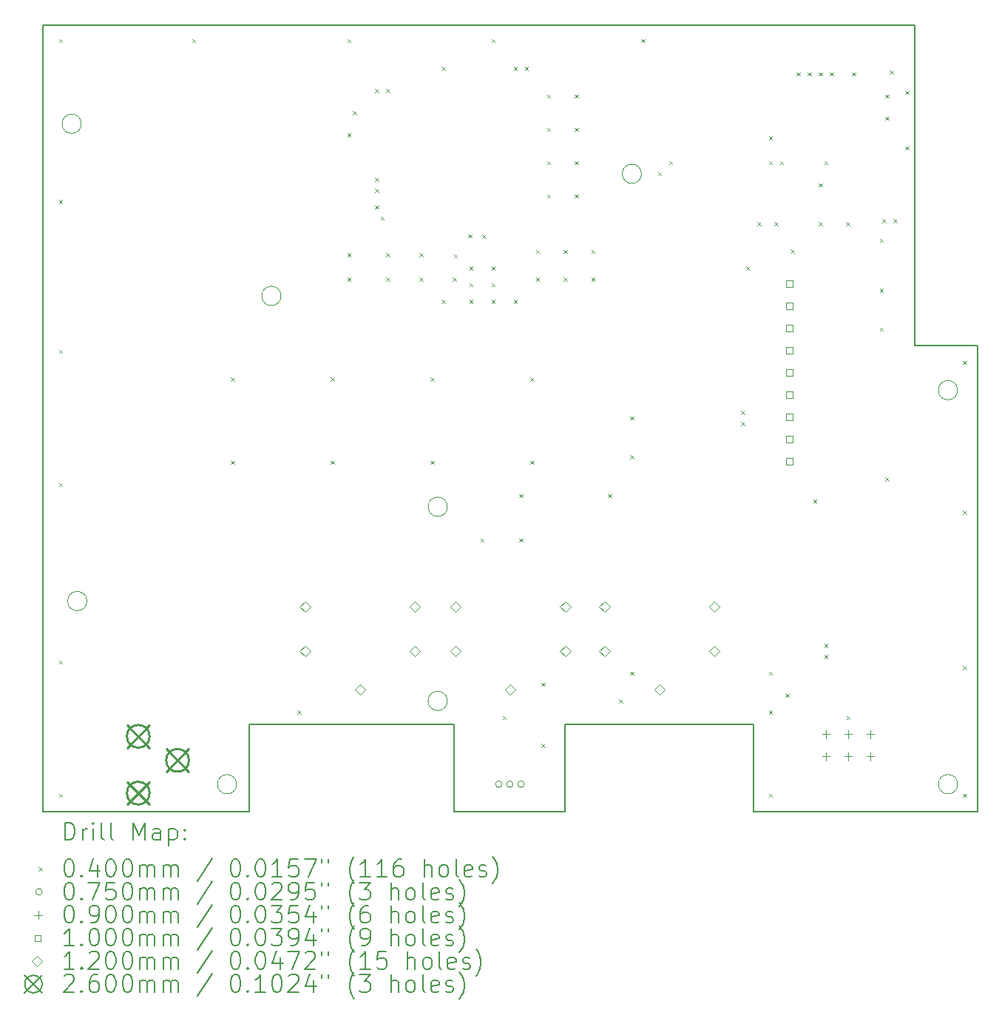
<source format=gbr>
%TF.GenerationSoftware,KiCad,Pcbnew,7.0.9*%
%TF.CreationDate,2023-12-25T18:18:00+01:00*%
%TF.ProjectId,wall-mounted-room-temperature-sensor-wifi,77616c6c-2d6d-46f7-956e-7465642d726f,v1.0*%
%TF.SameCoordinates,Original*%
%TF.FileFunction,Drillmap*%
%TF.FilePolarity,Positive*%
%FSLAX45Y45*%
G04 Gerber Fmt 4.5, Leading zero omitted, Abs format (unit mm)*
G04 Created by KiCad (PCBNEW 7.0.9) date 2023-12-25 18:18:00*
%MOMM*%
%LPD*%
G01*
G04 APERTURE LIST*
%ADD10C,0.200000*%
%ADD11C,0.050000*%
%ADD12C,0.100000*%
%ADD13C,0.120000*%
%ADD14C,0.260000*%
G04 APERTURE END LIST*
D10*
X6159500Y-14872000D02*
X8509000Y-14872000D01*
X3800000Y-6872000D02*
X3800000Y-15875000D01*
X3800000Y-6872000D02*
X13779500Y-6872000D01*
X9779000Y-15875000D02*
X8509000Y-15875000D01*
X9779000Y-15875000D02*
X9779000Y-14872000D01*
X9779000Y-14872000D02*
X11938000Y-14872000D01*
X14500000Y-15875000D02*
X14500000Y-14872000D01*
X14500000Y-15875000D02*
X11938000Y-15875000D01*
X11938000Y-15875000D02*
X11938000Y-14872000D01*
X6159500Y-15875000D02*
X6159500Y-14872000D01*
D11*
X6015500Y-15557500D02*
G75*
G03*
X6015500Y-15557500I-110000J0D01*
G01*
X8428500Y-12382500D02*
G75*
G03*
X8428500Y-12382500I-110000J0D01*
G01*
X4301000Y-13462000D02*
G75*
G03*
X4301000Y-13462000I-110000J0D01*
G01*
X6523500Y-9969500D02*
G75*
G03*
X6523500Y-9969500I-110000J0D01*
G01*
X10651000Y-8572500D02*
G75*
G03*
X10651000Y-8572500I-110000J0D01*
G01*
X4237500Y-8001000D02*
G75*
G03*
X4237500Y-8001000I-110000J0D01*
G01*
X14270500Y-15557500D02*
G75*
G03*
X14270500Y-15557500I-110000J0D01*
G01*
X14270500Y-11049000D02*
G75*
G03*
X14270500Y-11049000I-110000J0D01*
G01*
X8428500Y-14605000D02*
G75*
G03*
X8428500Y-14605000I-110000J0D01*
G01*
D10*
X3800000Y-15875000D02*
X6159500Y-15875000D01*
X13779500Y-10541000D02*
X13779500Y-6872000D01*
X8509000Y-15875000D02*
X8509000Y-14872000D01*
X14500000Y-10541000D02*
X13779500Y-10541000D01*
X14500000Y-10541000D02*
X14500000Y-14872000D01*
D12*
X3980500Y-7028500D02*
X4020500Y-7068500D01*
X4020500Y-7028500D02*
X3980500Y-7068500D01*
X3980500Y-8870000D02*
X4020500Y-8910000D01*
X4020500Y-8870000D02*
X3980500Y-8910000D01*
X3980500Y-10584500D02*
X4020500Y-10624500D01*
X4020500Y-10584500D02*
X3980500Y-10624500D01*
X3980500Y-12108500D02*
X4020500Y-12148500D01*
X4020500Y-12108500D02*
X3980500Y-12148500D01*
X3980500Y-14140500D02*
X4020500Y-14180500D01*
X4020500Y-14140500D02*
X3980500Y-14180500D01*
X3980500Y-15664500D02*
X4020500Y-15704500D01*
X4020500Y-15664500D02*
X3980500Y-15704500D01*
X5504500Y-7028500D02*
X5544500Y-7068500D01*
X5544500Y-7028500D02*
X5504500Y-7068500D01*
X5949000Y-10902000D02*
X5989000Y-10942000D01*
X5989000Y-10902000D02*
X5949000Y-10942000D01*
X5949000Y-11854500D02*
X5989000Y-11894500D01*
X5989000Y-11854500D02*
X5949000Y-11894500D01*
X6711000Y-14712000D02*
X6751000Y-14752000D01*
X6751000Y-14712000D02*
X6711000Y-14752000D01*
X7092000Y-10902000D02*
X7132000Y-10942000D01*
X7132000Y-10902000D02*
X7092000Y-10942000D01*
X7092000Y-11854500D02*
X7132000Y-11894500D01*
X7132000Y-11854500D02*
X7092000Y-11894500D01*
X7282500Y-7028500D02*
X7322500Y-7068500D01*
X7322500Y-7028500D02*
X7282500Y-7068500D01*
X7282500Y-8108000D02*
X7322500Y-8148000D01*
X7322500Y-8108000D02*
X7282500Y-8148000D01*
X7282500Y-9479600D02*
X7322500Y-9519600D01*
X7322500Y-9479600D02*
X7282500Y-9519600D01*
X7282500Y-9759000D02*
X7322500Y-9799000D01*
X7322500Y-9759000D02*
X7282500Y-9799000D01*
X7346000Y-7854000D02*
X7386000Y-7894000D01*
X7386000Y-7854000D02*
X7346000Y-7894000D01*
X7600000Y-7600000D02*
X7640000Y-7640000D01*
X7640000Y-7600000D02*
X7600000Y-7640000D01*
X7600000Y-8616000D02*
X7640000Y-8656000D01*
X7640000Y-8616000D02*
X7600000Y-8656000D01*
X7600000Y-8743000D02*
X7640000Y-8783000D01*
X7640000Y-8743000D02*
X7600000Y-8783000D01*
X7600000Y-8933500D02*
X7640000Y-8973500D01*
X7640000Y-8933500D02*
X7600000Y-8973500D01*
X7663500Y-9060500D02*
X7703500Y-9100500D01*
X7703500Y-9060500D02*
X7663500Y-9100500D01*
X7727000Y-7600000D02*
X7767000Y-7640000D01*
X7767000Y-7600000D02*
X7727000Y-7640000D01*
X7727000Y-9479600D02*
X7767000Y-9519600D01*
X7767000Y-9479600D02*
X7727000Y-9519600D01*
X7727000Y-9759000D02*
X7767000Y-9799000D01*
X7767000Y-9759000D02*
X7727000Y-9799000D01*
X8108000Y-9479600D02*
X8148000Y-9519600D01*
X8148000Y-9479600D02*
X8108000Y-9519600D01*
X8108000Y-9759000D02*
X8148000Y-9799000D01*
X8148000Y-9759000D02*
X8108000Y-9799000D01*
X8235000Y-10902000D02*
X8275000Y-10942000D01*
X8275000Y-10902000D02*
X8235000Y-10942000D01*
X8235000Y-11854500D02*
X8275000Y-11894500D01*
X8275000Y-11854500D02*
X8235000Y-11894500D01*
X8362000Y-7346000D02*
X8402000Y-7386000D01*
X8402000Y-7346000D02*
X8362000Y-7386000D01*
X8362000Y-10013000D02*
X8402000Y-10053000D01*
X8402000Y-10013000D02*
X8362000Y-10053000D01*
X8489000Y-9759000D02*
X8529000Y-9799000D01*
X8529000Y-9759000D02*
X8489000Y-9799000D01*
X8501700Y-9492300D02*
X8541700Y-9532300D01*
X8541700Y-9492300D02*
X8501700Y-9532300D01*
X8666800Y-9263700D02*
X8706800Y-9303700D01*
X8706800Y-9263700D02*
X8666800Y-9303700D01*
X8679500Y-9632000D02*
X8719500Y-9672000D01*
X8719500Y-9632000D02*
X8679500Y-9672000D01*
X8679500Y-9822500D02*
X8719500Y-9862500D01*
X8719500Y-9822500D02*
X8679500Y-9862500D01*
X8679500Y-10013000D02*
X8719500Y-10053000D01*
X8719500Y-10013000D02*
X8679500Y-10053000D01*
X8806500Y-12743500D02*
X8846500Y-12783500D01*
X8846500Y-12743500D02*
X8806500Y-12783500D01*
X8826820Y-9271320D02*
X8866820Y-9311320D01*
X8866820Y-9271320D02*
X8826820Y-9311320D01*
X8933500Y-7028500D02*
X8973500Y-7068500D01*
X8973500Y-7028500D02*
X8933500Y-7068500D01*
X8933500Y-9632000D02*
X8973500Y-9672000D01*
X8973500Y-9632000D02*
X8933500Y-9672000D01*
X8933500Y-9822500D02*
X8973500Y-9862500D01*
X8973500Y-9822500D02*
X8933500Y-9862500D01*
X8933500Y-10013000D02*
X8973500Y-10053000D01*
X8973500Y-10013000D02*
X8933500Y-10053000D01*
X9060500Y-14775500D02*
X9100500Y-14815500D01*
X9100500Y-14775500D02*
X9060500Y-14815500D01*
X9187500Y-7346000D02*
X9227500Y-7386000D01*
X9227500Y-7346000D02*
X9187500Y-7386000D01*
X9187500Y-10013000D02*
X9227500Y-10053000D01*
X9227500Y-10013000D02*
X9187500Y-10053000D01*
X9251000Y-12235500D02*
X9291000Y-12275500D01*
X9291000Y-12235500D02*
X9251000Y-12275500D01*
X9251000Y-12743500D02*
X9291000Y-12783500D01*
X9291000Y-12743500D02*
X9251000Y-12783500D01*
X9314500Y-7346000D02*
X9354500Y-7386000D01*
X9354500Y-7346000D02*
X9314500Y-7386000D01*
X9378000Y-10902000D02*
X9418000Y-10942000D01*
X9418000Y-10902000D02*
X9378000Y-10942000D01*
X9378000Y-11854500D02*
X9418000Y-11894500D01*
X9418000Y-11854500D02*
X9378000Y-11894500D01*
X9441500Y-9441500D02*
X9481500Y-9481500D01*
X9481500Y-9441500D02*
X9441500Y-9481500D01*
X9441500Y-9759000D02*
X9481500Y-9799000D01*
X9481500Y-9759000D02*
X9441500Y-9799000D01*
X9505000Y-14394500D02*
X9545000Y-14434500D01*
X9545000Y-14394500D02*
X9505000Y-14434500D01*
X9505000Y-15093000D02*
X9545000Y-15133000D01*
X9545000Y-15093000D02*
X9505000Y-15133000D01*
X9568500Y-7663500D02*
X9608500Y-7703500D01*
X9608500Y-7663500D02*
X9568500Y-7703500D01*
X9568500Y-8044500D02*
X9608500Y-8084500D01*
X9608500Y-8044500D02*
X9568500Y-8084500D01*
X9568500Y-8425500D02*
X9608500Y-8465500D01*
X9608500Y-8425500D02*
X9568500Y-8465500D01*
X9568500Y-8806500D02*
X9608500Y-8846500D01*
X9608500Y-8806500D02*
X9568500Y-8846500D01*
X9759000Y-9441500D02*
X9799000Y-9481500D01*
X9799000Y-9441500D02*
X9759000Y-9481500D01*
X9759000Y-9759000D02*
X9799000Y-9799000D01*
X9799000Y-9759000D02*
X9759000Y-9799000D01*
X9886000Y-7663500D02*
X9926000Y-7703500D01*
X9926000Y-7663500D02*
X9886000Y-7703500D01*
X9886000Y-8044500D02*
X9926000Y-8084500D01*
X9926000Y-8044500D02*
X9886000Y-8084500D01*
X9886000Y-8425500D02*
X9926000Y-8465500D01*
X9926000Y-8425500D02*
X9886000Y-8465500D01*
X9886000Y-8806500D02*
X9926000Y-8846500D01*
X9926000Y-8806500D02*
X9886000Y-8846500D01*
X10076500Y-9441500D02*
X10116500Y-9481500D01*
X10116500Y-9441500D02*
X10076500Y-9481500D01*
X10076500Y-9759000D02*
X10116500Y-9799000D01*
X10116500Y-9759000D02*
X10076500Y-9799000D01*
X10267000Y-12235500D02*
X10307000Y-12275500D01*
X10307000Y-12235500D02*
X10267000Y-12275500D01*
X10394000Y-14585000D02*
X10434000Y-14625000D01*
X10434000Y-14585000D02*
X10394000Y-14625000D01*
X10521000Y-11346500D02*
X10561000Y-11386500D01*
X10561000Y-11346500D02*
X10521000Y-11386500D01*
X10521000Y-11791000D02*
X10561000Y-11831000D01*
X10561000Y-11791000D02*
X10521000Y-11831000D01*
X10521000Y-14267500D02*
X10561000Y-14307500D01*
X10561000Y-14267500D02*
X10521000Y-14307500D01*
X10648000Y-7028500D02*
X10688000Y-7068500D01*
X10688000Y-7028500D02*
X10648000Y-7068500D01*
X10838500Y-8552500D02*
X10878500Y-8592500D01*
X10878500Y-8552500D02*
X10838500Y-8592500D01*
X10965500Y-8425500D02*
X11005500Y-8465500D01*
X11005500Y-8425500D02*
X10965500Y-8465500D01*
X11791000Y-11283000D02*
X11831000Y-11323000D01*
X11831000Y-11283000D02*
X11791000Y-11323000D01*
X11791000Y-11410000D02*
X11831000Y-11450000D01*
X11831000Y-11410000D02*
X11791000Y-11450000D01*
X11851960Y-9632000D02*
X11891960Y-9672000D01*
X11891960Y-9632000D02*
X11851960Y-9672000D01*
X11978960Y-9124000D02*
X12018960Y-9164000D01*
X12018960Y-9124000D02*
X11978960Y-9164000D01*
X12108500Y-8141500D02*
X12148500Y-8181500D01*
X12148500Y-8141500D02*
X12108500Y-8181500D01*
X12108500Y-8425500D02*
X12148500Y-8465500D01*
X12148500Y-8425500D02*
X12108500Y-8465500D01*
X12108500Y-14267500D02*
X12148500Y-14307500D01*
X12148500Y-14267500D02*
X12108500Y-14307500D01*
X12108500Y-14712000D02*
X12148500Y-14752000D01*
X12148500Y-14712000D02*
X12108500Y-14752000D01*
X12108500Y-15664500D02*
X12148500Y-15704500D01*
X12148500Y-15664500D02*
X12108500Y-15704500D01*
X12172000Y-9124000D02*
X12212000Y-9164000D01*
X12212000Y-9124000D02*
X12172000Y-9164000D01*
X12235500Y-8425500D02*
X12275500Y-8465500D01*
X12275500Y-8425500D02*
X12235500Y-8465500D01*
X12299000Y-14521500D02*
X12339000Y-14561500D01*
X12339000Y-14521500D02*
X12299000Y-14561500D01*
X12359960Y-9438960D02*
X12399960Y-9478960D01*
X12399960Y-9438960D02*
X12359960Y-9478960D01*
X12426000Y-7409500D02*
X12466000Y-7449500D01*
X12466000Y-7409500D02*
X12426000Y-7449500D01*
X12553000Y-7409500D02*
X12593000Y-7449500D01*
X12593000Y-7409500D02*
X12553000Y-7449500D01*
X12616500Y-12299000D02*
X12656500Y-12339000D01*
X12656500Y-12299000D02*
X12616500Y-12339000D01*
X12680000Y-7409500D02*
X12720000Y-7449500D01*
X12720000Y-7409500D02*
X12680000Y-7449500D01*
X12680000Y-8679500D02*
X12720000Y-8719500D01*
X12720000Y-8679500D02*
X12680000Y-8719500D01*
X12680000Y-9124000D02*
X12720000Y-9164000D01*
X12720000Y-9124000D02*
X12680000Y-9164000D01*
X12743500Y-8425500D02*
X12783500Y-8465500D01*
X12783500Y-8425500D02*
X12743500Y-8465500D01*
X12743500Y-13950000D02*
X12783500Y-13990000D01*
X12783500Y-13950000D02*
X12743500Y-13990000D01*
X12743500Y-14077000D02*
X12783500Y-14117000D01*
X12783500Y-14077000D02*
X12743500Y-14117000D01*
X12807000Y-7409500D02*
X12847000Y-7449500D01*
X12847000Y-7409500D02*
X12807000Y-7449500D01*
X12994960Y-9124000D02*
X13034960Y-9164000D01*
X13034960Y-9124000D02*
X12994960Y-9164000D01*
X12997500Y-14775500D02*
X13037500Y-14815500D01*
X13037500Y-14775500D02*
X12997500Y-14815500D01*
X13061000Y-7409500D02*
X13101000Y-7449500D01*
X13101000Y-7409500D02*
X13061000Y-7449500D01*
X13378500Y-9314500D02*
X13418500Y-9354500D01*
X13418500Y-9314500D02*
X13378500Y-9354500D01*
X13378500Y-9886000D02*
X13418500Y-9926000D01*
X13418500Y-9886000D02*
X13378500Y-9926000D01*
X13378500Y-10330500D02*
X13418500Y-10370500D01*
X13418500Y-10330500D02*
X13378500Y-10370500D01*
X13411520Y-9093520D02*
X13451520Y-9133520D01*
X13451520Y-9093520D02*
X13411520Y-9133520D01*
X13442000Y-7663500D02*
X13482000Y-7703500D01*
X13482000Y-7663500D02*
X13442000Y-7703500D01*
X13442000Y-7917500D02*
X13482000Y-7957500D01*
X13482000Y-7917500D02*
X13442000Y-7957500D01*
X13442000Y-12045000D02*
X13482000Y-12085000D01*
X13482000Y-12045000D02*
X13442000Y-12085000D01*
X13492800Y-7391500D02*
X13532800Y-7431500D01*
X13532800Y-7391500D02*
X13492800Y-7431500D01*
X13538520Y-9093520D02*
X13578520Y-9133520D01*
X13578520Y-9093520D02*
X13538520Y-9133520D01*
X13674000Y-7622000D02*
X13714000Y-7662000D01*
X13714000Y-7622000D02*
X13674000Y-7662000D01*
X13674000Y-8257000D02*
X13714000Y-8297000D01*
X13714000Y-8257000D02*
X13674000Y-8297000D01*
X14331000Y-10711500D02*
X14371000Y-10751500D01*
X14371000Y-10711500D02*
X14331000Y-10751500D01*
X14331000Y-12426000D02*
X14371000Y-12466000D01*
X14371000Y-12426000D02*
X14331000Y-12466000D01*
X14331000Y-14204000D02*
X14371000Y-14244000D01*
X14371000Y-14204000D02*
X14331000Y-14244000D01*
X14331000Y-15664500D02*
X14371000Y-15704500D01*
X14371000Y-15664500D02*
X14331000Y-15704500D01*
X9054500Y-15557500D02*
G75*
G03*
X9054500Y-15557500I-37500J0D01*
G01*
X9181500Y-15557500D02*
G75*
G03*
X9181500Y-15557500I-37500J0D01*
G01*
X9308500Y-15557500D02*
G75*
G03*
X9308500Y-15557500I-37500J0D01*
G01*
X12763500Y-14941000D02*
X12763500Y-15031000D01*
X12718500Y-14986000D02*
X12808500Y-14986000D01*
X12763500Y-15195000D02*
X12763500Y-15285000D01*
X12718500Y-15240000D02*
X12808500Y-15240000D01*
X13017500Y-14941000D02*
X13017500Y-15031000D01*
X12972500Y-14986000D02*
X13062500Y-14986000D01*
X13017500Y-15195000D02*
X13017500Y-15285000D01*
X12972500Y-15240000D02*
X13062500Y-15240000D01*
X13271500Y-14941000D02*
X13271500Y-15031000D01*
X13226500Y-14986000D02*
X13316500Y-14986000D01*
X13271500Y-15195000D02*
X13271500Y-15285000D01*
X13226500Y-15240000D02*
X13316500Y-15240000D01*
X12379756Y-9865156D02*
X12379756Y-9794444D01*
X12309044Y-9794444D01*
X12309044Y-9865156D01*
X12379756Y-9865156D01*
X12379756Y-10119156D02*
X12379756Y-10048444D01*
X12309044Y-10048444D01*
X12309044Y-10119156D01*
X12379756Y-10119156D01*
X12379756Y-10373156D02*
X12379756Y-10302444D01*
X12309044Y-10302444D01*
X12309044Y-10373156D01*
X12379756Y-10373156D01*
X12379756Y-10627156D02*
X12379756Y-10556444D01*
X12309044Y-10556444D01*
X12309044Y-10627156D01*
X12379756Y-10627156D01*
X12379756Y-10881156D02*
X12379756Y-10810444D01*
X12309044Y-10810444D01*
X12309044Y-10881156D01*
X12379756Y-10881156D01*
X12379756Y-11135156D02*
X12379756Y-11064444D01*
X12309044Y-11064444D01*
X12309044Y-11135156D01*
X12379756Y-11135156D01*
X12379756Y-11389156D02*
X12379756Y-11318444D01*
X12309044Y-11318444D01*
X12309044Y-11389156D01*
X12379756Y-11389156D01*
X12379756Y-11643156D02*
X12379756Y-11572444D01*
X12309044Y-11572444D01*
X12309044Y-11643156D01*
X12379756Y-11643156D01*
X12379756Y-11897156D02*
X12379756Y-11826444D01*
X12309044Y-11826444D01*
X12309044Y-11897156D01*
X12379756Y-11897156D01*
D13*
X6799500Y-13584500D02*
X6859500Y-13524500D01*
X6799500Y-13464500D01*
X6739500Y-13524500D01*
X6799500Y-13584500D01*
X6799500Y-14094500D02*
X6859500Y-14034500D01*
X6799500Y-13974500D01*
X6739500Y-14034500D01*
X6799500Y-14094500D01*
X7429500Y-14534500D02*
X7489500Y-14474500D01*
X7429500Y-14414500D01*
X7369500Y-14474500D01*
X7429500Y-14534500D01*
X8059500Y-13584500D02*
X8119500Y-13524500D01*
X8059500Y-13464500D01*
X7999500Y-13524500D01*
X8059500Y-13584500D01*
X8059500Y-14094500D02*
X8119500Y-14034500D01*
X8059500Y-13974500D01*
X7999500Y-14034500D01*
X8059500Y-14094500D01*
X8520000Y-13584500D02*
X8580000Y-13524500D01*
X8520000Y-13464500D01*
X8460000Y-13524500D01*
X8520000Y-13584500D01*
X8520000Y-14094500D02*
X8580000Y-14034500D01*
X8520000Y-13974500D01*
X8460000Y-14034500D01*
X8520000Y-14094500D01*
X9150000Y-14534500D02*
X9210000Y-14474500D01*
X9150000Y-14414500D01*
X9090000Y-14474500D01*
X9150000Y-14534500D01*
X9780000Y-13584500D02*
X9840000Y-13524500D01*
X9780000Y-13464500D01*
X9720000Y-13524500D01*
X9780000Y-13584500D01*
X9780000Y-14094500D02*
X9840000Y-14034500D01*
X9780000Y-13974500D01*
X9720000Y-14034500D01*
X9780000Y-14094500D01*
X10228500Y-13584500D02*
X10288500Y-13524500D01*
X10228500Y-13464500D01*
X10168500Y-13524500D01*
X10228500Y-13584500D01*
X10228500Y-14094500D02*
X10288500Y-14034500D01*
X10228500Y-13974500D01*
X10168500Y-14034500D01*
X10228500Y-14094500D01*
X10858500Y-14534500D02*
X10918500Y-14474500D01*
X10858500Y-14414500D01*
X10798500Y-14474500D01*
X10858500Y-14534500D01*
X11488500Y-13584500D02*
X11548500Y-13524500D01*
X11488500Y-13464500D01*
X11428500Y-13524500D01*
X11488500Y-13584500D01*
X11488500Y-14094500D02*
X11548500Y-14034500D01*
X11488500Y-13974500D01*
X11428500Y-14034500D01*
X11488500Y-14094500D01*
D14*
X4759500Y-14879500D02*
X5019500Y-15139500D01*
X5019500Y-14879500D02*
X4759500Y-15139500D01*
X5019500Y-15009500D02*
G75*
G03*
X5019500Y-15009500I-130000J0D01*
G01*
X4759500Y-15529500D02*
X5019500Y-15789500D01*
X5019500Y-15529500D02*
X4759500Y-15789500D01*
X5019500Y-15659500D02*
G75*
G03*
X5019500Y-15659500I-130000J0D01*
G01*
X5209500Y-15154500D02*
X5469500Y-15414500D01*
X5469500Y-15154500D02*
X5209500Y-15414500D01*
X5469500Y-15284500D02*
G75*
G03*
X5469500Y-15284500I-130000J0D01*
G01*
D10*
X4050777Y-16196484D02*
X4050777Y-15996484D01*
X4050777Y-15996484D02*
X4098396Y-15996484D01*
X4098396Y-15996484D02*
X4126967Y-16006008D01*
X4126967Y-16006008D02*
X4146015Y-16025055D01*
X4146015Y-16025055D02*
X4155539Y-16044103D01*
X4155539Y-16044103D02*
X4165062Y-16082198D01*
X4165062Y-16082198D02*
X4165062Y-16110769D01*
X4165062Y-16110769D02*
X4155539Y-16148865D01*
X4155539Y-16148865D02*
X4146015Y-16167912D01*
X4146015Y-16167912D02*
X4126967Y-16186960D01*
X4126967Y-16186960D02*
X4098396Y-16196484D01*
X4098396Y-16196484D02*
X4050777Y-16196484D01*
X4250777Y-16196484D02*
X4250777Y-16063150D01*
X4250777Y-16101246D02*
X4260301Y-16082198D01*
X4260301Y-16082198D02*
X4269824Y-16072674D01*
X4269824Y-16072674D02*
X4288872Y-16063150D01*
X4288872Y-16063150D02*
X4307920Y-16063150D01*
X4374586Y-16196484D02*
X4374586Y-16063150D01*
X4374586Y-15996484D02*
X4365063Y-16006008D01*
X4365063Y-16006008D02*
X4374586Y-16015531D01*
X4374586Y-16015531D02*
X4384110Y-16006008D01*
X4384110Y-16006008D02*
X4374586Y-15996484D01*
X4374586Y-15996484D02*
X4374586Y-16015531D01*
X4498396Y-16196484D02*
X4479348Y-16186960D01*
X4479348Y-16186960D02*
X4469824Y-16167912D01*
X4469824Y-16167912D02*
X4469824Y-15996484D01*
X4603158Y-16196484D02*
X4584110Y-16186960D01*
X4584110Y-16186960D02*
X4574586Y-16167912D01*
X4574586Y-16167912D02*
X4574586Y-15996484D01*
X4831729Y-16196484D02*
X4831729Y-15996484D01*
X4831729Y-15996484D02*
X4898396Y-16139341D01*
X4898396Y-16139341D02*
X4965063Y-15996484D01*
X4965063Y-15996484D02*
X4965063Y-16196484D01*
X5146015Y-16196484D02*
X5146015Y-16091722D01*
X5146015Y-16091722D02*
X5136491Y-16072674D01*
X5136491Y-16072674D02*
X5117444Y-16063150D01*
X5117444Y-16063150D02*
X5079348Y-16063150D01*
X5079348Y-16063150D02*
X5060301Y-16072674D01*
X5146015Y-16186960D02*
X5126967Y-16196484D01*
X5126967Y-16196484D02*
X5079348Y-16196484D01*
X5079348Y-16196484D02*
X5060301Y-16186960D01*
X5060301Y-16186960D02*
X5050777Y-16167912D01*
X5050777Y-16167912D02*
X5050777Y-16148865D01*
X5050777Y-16148865D02*
X5060301Y-16129817D01*
X5060301Y-16129817D02*
X5079348Y-16120293D01*
X5079348Y-16120293D02*
X5126967Y-16120293D01*
X5126967Y-16120293D02*
X5146015Y-16110769D01*
X5241253Y-16063150D02*
X5241253Y-16263150D01*
X5241253Y-16072674D02*
X5260301Y-16063150D01*
X5260301Y-16063150D02*
X5298396Y-16063150D01*
X5298396Y-16063150D02*
X5317444Y-16072674D01*
X5317444Y-16072674D02*
X5326967Y-16082198D01*
X5326967Y-16082198D02*
X5336491Y-16101246D01*
X5336491Y-16101246D02*
X5336491Y-16158388D01*
X5336491Y-16158388D02*
X5326967Y-16177436D01*
X5326967Y-16177436D02*
X5317444Y-16186960D01*
X5317444Y-16186960D02*
X5298396Y-16196484D01*
X5298396Y-16196484D02*
X5260301Y-16196484D01*
X5260301Y-16196484D02*
X5241253Y-16186960D01*
X5422205Y-16177436D02*
X5431729Y-16186960D01*
X5431729Y-16186960D02*
X5422205Y-16196484D01*
X5422205Y-16196484D02*
X5412682Y-16186960D01*
X5412682Y-16186960D02*
X5422205Y-16177436D01*
X5422205Y-16177436D02*
X5422205Y-16196484D01*
X5422205Y-16072674D02*
X5431729Y-16082198D01*
X5431729Y-16082198D02*
X5422205Y-16091722D01*
X5422205Y-16091722D02*
X5412682Y-16082198D01*
X5412682Y-16082198D02*
X5422205Y-16072674D01*
X5422205Y-16072674D02*
X5422205Y-16091722D01*
D12*
X3750000Y-16505000D02*
X3790000Y-16545000D01*
X3790000Y-16505000D02*
X3750000Y-16545000D01*
D10*
X4088872Y-16416484D02*
X4107920Y-16416484D01*
X4107920Y-16416484D02*
X4126967Y-16426008D01*
X4126967Y-16426008D02*
X4136491Y-16435531D01*
X4136491Y-16435531D02*
X4146015Y-16454579D01*
X4146015Y-16454579D02*
X4155539Y-16492674D01*
X4155539Y-16492674D02*
X4155539Y-16540293D01*
X4155539Y-16540293D02*
X4146015Y-16578388D01*
X4146015Y-16578388D02*
X4136491Y-16597436D01*
X4136491Y-16597436D02*
X4126967Y-16606960D01*
X4126967Y-16606960D02*
X4107920Y-16616484D01*
X4107920Y-16616484D02*
X4088872Y-16616484D01*
X4088872Y-16616484D02*
X4069824Y-16606960D01*
X4069824Y-16606960D02*
X4060301Y-16597436D01*
X4060301Y-16597436D02*
X4050777Y-16578388D01*
X4050777Y-16578388D02*
X4041253Y-16540293D01*
X4041253Y-16540293D02*
X4041253Y-16492674D01*
X4041253Y-16492674D02*
X4050777Y-16454579D01*
X4050777Y-16454579D02*
X4060301Y-16435531D01*
X4060301Y-16435531D02*
X4069824Y-16426008D01*
X4069824Y-16426008D02*
X4088872Y-16416484D01*
X4241253Y-16597436D02*
X4250777Y-16606960D01*
X4250777Y-16606960D02*
X4241253Y-16616484D01*
X4241253Y-16616484D02*
X4231729Y-16606960D01*
X4231729Y-16606960D02*
X4241253Y-16597436D01*
X4241253Y-16597436D02*
X4241253Y-16616484D01*
X4422205Y-16483150D02*
X4422205Y-16616484D01*
X4374586Y-16406960D02*
X4326967Y-16549817D01*
X4326967Y-16549817D02*
X4450777Y-16549817D01*
X4565063Y-16416484D02*
X4584110Y-16416484D01*
X4584110Y-16416484D02*
X4603158Y-16426008D01*
X4603158Y-16426008D02*
X4612682Y-16435531D01*
X4612682Y-16435531D02*
X4622205Y-16454579D01*
X4622205Y-16454579D02*
X4631729Y-16492674D01*
X4631729Y-16492674D02*
X4631729Y-16540293D01*
X4631729Y-16540293D02*
X4622205Y-16578388D01*
X4622205Y-16578388D02*
X4612682Y-16597436D01*
X4612682Y-16597436D02*
X4603158Y-16606960D01*
X4603158Y-16606960D02*
X4584110Y-16616484D01*
X4584110Y-16616484D02*
X4565063Y-16616484D01*
X4565063Y-16616484D02*
X4546015Y-16606960D01*
X4546015Y-16606960D02*
X4536491Y-16597436D01*
X4536491Y-16597436D02*
X4526967Y-16578388D01*
X4526967Y-16578388D02*
X4517444Y-16540293D01*
X4517444Y-16540293D02*
X4517444Y-16492674D01*
X4517444Y-16492674D02*
X4526967Y-16454579D01*
X4526967Y-16454579D02*
X4536491Y-16435531D01*
X4536491Y-16435531D02*
X4546015Y-16426008D01*
X4546015Y-16426008D02*
X4565063Y-16416484D01*
X4755539Y-16416484D02*
X4774586Y-16416484D01*
X4774586Y-16416484D02*
X4793634Y-16426008D01*
X4793634Y-16426008D02*
X4803158Y-16435531D01*
X4803158Y-16435531D02*
X4812682Y-16454579D01*
X4812682Y-16454579D02*
X4822205Y-16492674D01*
X4822205Y-16492674D02*
X4822205Y-16540293D01*
X4822205Y-16540293D02*
X4812682Y-16578388D01*
X4812682Y-16578388D02*
X4803158Y-16597436D01*
X4803158Y-16597436D02*
X4793634Y-16606960D01*
X4793634Y-16606960D02*
X4774586Y-16616484D01*
X4774586Y-16616484D02*
X4755539Y-16616484D01*
X4755539Y-16616484D02*
X4736491Y-16606960D01*
X4736491Y-16606960D02*
X4726967Y-16597436D01*
X4726967Y-16597436D02*
X4717444Y-16578388D01*
X4717444Y-16578388D02*
X4707920Y-16540293D01*
X4707920Y-16540293D02*
X4707920Y-16492674D01*
X4707920Y-16492674D02*
X4717444Y-16454579D01*
X4717444Y-16454579D02*
X4726967Y-16435531D01*
X4726967Y-16435531D02*
X4736491Y-16426008D01*
X4736491Y-16426008D02*
X4755539Y-16416484D01*
X4907920Y-16616484D02*
X4907920Y-16483150D01*
X4907920Y-16502198D02*
X4917444Y-16492674D01*
X4917444Y-16492674D02*
X4936491Y-16483150D01*
X4936491Y-16483150D02*
X4965063Y-16483150D01*
X4965063Y-16483150D02*
X4984110Y-16492674D01*
X4984110Y-16492674D02*
X4993634Y-16511722D01*
X4993634Y-16511722D02*
X4993634Y-16616484D01*
X4993634Y-16511722D02*
X5003158Y-16492674D01*
X5003158Y-16492674D02*
X5022205Y-16483150D01*
X5022205Y-16483150D02*
X5050777Y-16483150D01*
X5050777Y-16483150D02*
X5069825Y-16492674D01*
X5069825Y-16492674D02*
X5079348Y-16511722D01*
X5079348Y-16511722D02*
X5079348Y-16616484D01*
X5174586Y-16616484D02*
X5174586Y-16483150D01*
X5174586Y-16502198D02*
X5184110Y-16492674D01*
X5184110Y-16492674D02*
X5203158Y-16483150D01*
X5203158Y-16483150D02*
X5231729Y-16483150D01*
X5231729Y-16483150D02*
X5250777Y-16492674D01*
X5250777Y-16492674D02*
X5260301Y-16511722D01*
X5260301Y-16511722D02*
X5260301Y-16616484D01*
X5260301Y-16511722D02*
X5269825Y-16492674D01*
X5269825Y-16492674D02*
X5288872Y-16483150D01*
X5288872Y-16483150D02*
X5317444Y-16483150D01*
X5317444Y-16483150D02*
X5336491Y-16492674D01*
X5336491Y-16492674D02*
X5346015Y-16511722D01*
X5346015Y-16511722D02*
X5346015Y-16616484D01*
X5736491Y-16406960D02*
X5565063Y-16664103D01*
X5993634Y-16416484D02*
X6012682Y-16416484D01*
X6012682Y-16416484D02*
X6031729Y-16426008D01*
X6031729Y-16426008D02*
X6041253Y-16435531D01*
X6041253Y-16435531D02*
X6050777Y-16454579D01*
X6050777Y-16454579D02*
X6060301Y-16492674D01*
X6060301Y-16492674D02*
X6060301Y-16540293D01*
X6060301Y-16540293D02*
X6050777Y-16578388D01*
X6050777Y-16578388D02*
X6041253Y-16597436D01*
X6041253Y-16597436D02*
X6031729Y-16606960D01*
X6031729Y-16606960D02*
X6012682Y-16616484D01*
X6012682Y-16616484D02*
X5993634Y-16616484D01*
X5993634Y-16616484D02*
X5974586Y-16606960D01*
X5974586Y-16606960D02*
X5965063Y-16597436D01*
X5965063Y-16597436D02*
X5955539Y-16578388D01*
X5955539Y-16578388D02*
X5946015Y-16540293D01*
X5946015Y-16540293D02*
X5946015Y-16492674D01*
X5946015Y-16492674D02*
X5955539Y-16454579D01*
X5955539Y-16454579D02*
X5965063Y-16435531D01*
X5965063Y-16435531D02*
X5974586Y-16426008D01*
X5974586Y-16426008D02*
X5993634Y-16416484D01*
X6146015Y-16597436D02*
X6155539Y-16606960D01*
X6155539Y-16606960D02*
X6146015Y-16616484D01*
X6146015Y-16616484D02*
X6136491Y-16606960D01*
X6136491Y-16606960D02*
X6146015Y-16597436D01*
X6146015Y-16597436D02*
X6146015Y-16616484D01*
X6279348Y-16416484D02*
X6298396Y-16416484D01*
X6298396Y-16416484D02*
X6317444Y-16426008D01*
X6317444Y-16426008D02*
X6326967Y-16435531D01*
X6326967Y-16435531D02*
X6336491Y-16454579D01*
X6336491Y-16454579D02*
X6346015Y-16492674D01*
X6346015Y-16492674D02*
X6346015Y-16540293D01*
X6346015Y-16540293D02*
X6336491Y-16578388D01*
X6336491Y-16578388D02*
X6326967Y-16597436D01*
X6326967Y-16597436D02*
X6317444Y-16606960D01*
X6317444Y-16606960D02*
X6298396Y-16616484D01*
X6298396Y-16616484D02*
X6279348Y-16616484D01*
X6279348Y-16616484D02*
X6260301Y-16606960D01*
X6260301Y-16606960D02*
X6250777Y-16597436D01*
X6250777Y-16597436D02*
X6241253Y-16578388D01*
X6241253Y-16578388D02*
X6231729Y-16540293D01*
X6231729Y-16540293D02*
X6231729Y-16492674D01*
X6231729Y-16492674D02*
X6241253Y-16454579D01*
X6241253Y-16454579D02*
X6250777Y-16435531D01*
X6250777Y-16435531D02*
X6260301Y-16426008D01*
X6260301Y-16426008D02*
X6279348Y-16416484D01*
X6536491Y-16616484D02*
X6422206Y-16616484D01*
X6479348Y-16616484D02*
X6479348Y-16416484D01*
X6479348Y-16416484D02*
X6460301Y-16445055D01*
X6460301Y-16445055D02*
X6441253Y-16464103D01*
X6441253Y-16464103D02*
X6422206Y-16473627D01*
X6717444Y-16416484D02*
X6622206Y-16416484D01*
X6622206Y-16416484D02*
X6612682Y-16511722D01*
X6612682Y-16511722D02*
X6622206Y-16502198D01*
X6622206Y-16502198D02*
X6641253Y-16492674D01*
X6641253Y-16492674D02*
X6688872Y-16492674D01*
X6688872Y-16492674D02*
X6707920Y-16502198D01*
X6707920Y-16502198D02*
X6717444Y-16511722D01*
X6717444Y-16511722D02*
X6726967Y-16530769D01*
X6726967Y-16530769D02*
X6726967Y-16578388D01*
X6726967Y-16578388D02*
X6717444Y-16597436D01*
X6717444Y-16597436D02*
X6707920Y-16606960D01*
X6707920Y-16606960D02*
X6688872Y-16616484D01*
X6688872Y-16616484D02*
X6641253Y-16616484D01*
X6641253Y-16616484D02*
X6622206Y-16606960D01*
X6622206Y-16606960D02*
X6612682Y-16597436D01*
X6793634Y-16416484D02*
X6926967Y-16416484D01*
X6926967Y-16416484D02*
X6841253Y-16616484D01*
X6993634Y-16416484D02*
X6993634Y-16454579D01*
X7069825Y-16416484D02*
X7069825Y-16454579D01*
X7365063Y-16692674D02*
X7355539Y-16683150D01*
X7355539Y-16683150D02*
X7336491Y-16654579D01*
X7336491Y-16654579D02*
X7326968Y-16635531D01*
X7326968Y-16635531D02*
X7317444Y-16606960D01*
X7317444Y-16606960D02*
X7307920Y-16559341D01*
X7307920Y-16559341D02*
X7307920Y-16521246D01*
X7307920Y-16521246D02*
X7317444Y-16473627D01*
X7317444Y-16473627D02*
X7326968Y-16445055D01*
X7326968Y-16445055D02*
X7336491Y-16426008D01*
X7336491Y-16426008D02*
X7355539Y-16397436D01*
X7355539Y-16397436D02*
X7365063Y-16387912D01*
X7546015Y-16616484D02*
X7431729Y-16616484D01*
X7488872Y-16616484D02*
X7488872Y-16416484D01*
X7488872Y-16416484D02*
X7469825Y-16445055D01*
X7469825Y-16445055D02*
X7450777Y-16464103D01*
X7450777Y-16464103D02*
X7431729Y-16473627D01*
X7736491Y-16616484D02*
X7622206Y-16616484D01*
X7679348Y-16616484D02*
X7679348Y-16416484D01*
X7679348Y-16416484D02*
X7660301Y-16445055D01*
X7660301Y-16445055D02*
X7641253Y-16464103D01*
X7641253Y-16464103D02*
X7622206Y-16473627D01*
X7907920Y-16416484D02*
X7869825Y-16416484D01*
X7869825Y-16416484D02*
X7850777Y-16426008D01*
X7850777Y-16426008D02*
X7841253Y-16435531D01*
X7841253Y-16435531D02*
X7822206Y-16464103D01*
X7822206Y-16464103D02*
X7812682Y-16502198D01*
X7812682Y-16502198D02*
X7812682Y-16578388D01*
X7812682Y-16578388D02*
X7822206Y-16597436D01*
X7822206Y-16597436D02*
X7831729Y-16606960D01*
X7831729Y-16606960D02*
X7850777Y-16616484D01*
X7850777Y-16616484D02*
X7888872Y-16616484D01*
X7888872Y-16616484D02*
X7907920Y-16606960D01*
X7907920Y-16606960D02*
X7917444Y-16597436D01*
X7917444Y-16597436D02*
X7926968Y-16578388D01*
X7926968Y-16578388D02*
X7926968Y-16530769D01*
X7926968Y-16530769D02*
X7917444Y-16511722D01*
X7917444Y-16511722D02*
X7907920Y-16502198D01*
X7907920Y-16502198D02*
X7888872Y-16492674D01*
X7888872Y-16492674D02*
X7850777Y-16492674D01*
X7850777Y-16492674D02*
X7831729Y-16502198D01*
X7831729Y-16502198D02*
X7822206Y-16511722D01*
X7822206Y-16511722D02*
X7812682Y-16530769D01*
X8165063Y-16616484D02*
X8165063Y-16416484D01*
X8250777Y-16616484D02*
X8250777Y-16511722D01*
X8250777Y-16511722D02*
X8241253Y-16492674D01*
X8241253Y-16492674D02*
X8222206Y-16483150D01*
X8222206Y-16483150D02*
X8193634Y-16483150D01*
X8193634Y-16483150D02*
X8174587Y-16492674D01*
X8174587Y-16492674D02*
X8165063Y-16502198D01*
X8374587Y-16616484D02*
X8355539Y-16606960D01*
X8355539Y-16606960D02*
X8346015Y-16597436D01*
X8346015Y-16597436D02*
X8336491Y-16578388D01*
X8336491Y-16578388D02*
X8336491Y-16521246D01*
X8336491Y-16521246D02*
X8346015Y-16502198D01*
X8346015Y-16502198D02*
X8355539Y-16492674D01*
X8355539Y-16492674D02*
X8374587Y-16483150D01*
X8374587Y-16483150D02*
X8403158Y-16483150D01*
X8403158Y-16483150D02*
X8422206Y-16492674D01*
X8422206Y-16492674D02*
X8431730Y-16502198D01*
X8431730Y-16502198D02*
X8441253Y-16521246D01*
X8441253Y-16521246D02*
X8441253Y-16578388D01*
X8441253Y-16578388D02*
X8431730Y-16597436D01*
X8431730Y-16597436D02*
X8422206Y-16606960D01*
X8422206Y-16606960D02*
X8403158Y-16616484D01*
X8403158Y-16616484D02*
X8374587Y-16616484D01*
X8555539Y-16616484D02*
X8536492Y-16606960D01*
X8536492Y-16606960D02*
X8526968Y-16587912D01*
X8526968Y-16587912D02*
X8526968Y-16416484D01*
X8707920Y-16606960D02*
X8688873Y-16616484D01*
X8688873Y-16616484D02*
X8650777Y-16616484D01*
X8650777Y-16616484D02*
X8631730Y-16606960D01*
X8631730Y-16606960D02*
X8622206Y-16587912D01*
X8622206Y-16587912D02*
X8622206Y-16511722D01*
X8622206Y-16511722D02*
X8631730Y-16492674D01*
X8631730Y-16492674D02*
X8650777Y-16483150D01*
X8650777Y-16483150D02*
X8688873Y-16483150D01*
X8688873Y-16483150D02*
X8707920Y-16492674D01*
X8707920Y-16492674D02*
X8717444Y-16511722D01*
X8717444Y-16511722D02*
X8717444Y-16530769D01*
X8717444Y-16530769D02*
X8622206Y-16549817D01*
X8793634Y-16606960D02*
X8812682Y-16616484D01*
X8812682Y-16616484D02*
X8850777Y-16616484D01*
X8850777Y-16616484D02*
X8869825Y-16606960D01*
X8869825Y-16606960D02*
X8879349Y-16587912D01*
X8879349Y-16587912D02*
X8879349Y-16578388D01*
X8879349Y-16578388D02*
X8869825Y-16559341D01*
X8869825Y-16559341D02*
X8850777Y-16549817D01*
X8850777Y-16549817D02*
X8822206Y-16549817D01*
X8822206Y-16549817D02*
X8803158Y-16540293D01*
X8803158Y-16540293D02*
X8793634Y-16521246D01*
X8793634Y-16521246D02*
X8793634Y-16511722D01*
X8793634Y-16511722D02*
X8803158Y-16492674D01*
X8803158Y-16492674D02*
X8822206Y-16483150D01*
X8822206Y-16483150D02*
X8850777Y-16483150D01*
X8850777Y-16483150D02*
X8869825Y-16492674D01*
X8946015Y-16692674D02*
X8955539Y-16683150D01*
X8955539Y-16683150D02*
X8974587Y-16654579D01*
X8974587Y-16654579D02*
X8984111Y-16635531D01*
X8984111Y-16635531D02*
X8993634Y-16606960D01*
X8993634Y-16606960D02*
X9003158Y-16559341D01*
X9003158Y-16559341D02*
X9003158Y-16521246D01*
X9003158Y-16521246D02*
X8993634Y-16473627D01*
X8993634Y-16473627D02*
X8984111Y-16445055D01*
X8984111Y-16445055D02*
X8974587Y-16426008D01*
X8974587Y-16426008D02*
X8955539Y-16397436D01*
X8955539Y-16397436D02*
X8946015Y-16387912D01*
D12*
X3790000Y-16789000D02*
G75*
G03*
X3790000Y-16789000I-37500J0D01*
G01*
D10*
X4088872Y-16680484D02*
X4107920Y-16680484D01*
X4107920Y-16680484D02*
X4126967Y-16690008D01*
X4126967Y-16690008D02*
X4136491Y-16699531D01*
X4136491Y-16699531D02*
X4146015Y-16718579D01*
X4146015Y-16718579D02*
X4155539Y-16756674D01*
X4155539Y-16756674D02*
X4155539Y-16804293D01*
X4155539Y-16804293D02*
X4146015Y-16842389D01*
X4146015Y-16842389D02*
X4136491Y-16861436D01*
X4136491Y-16861436D02*
X4126967Y-16870960D01*
X4126967Y-16870960D02*
X4107920Y-16880484D01*
X4107920Y-16880484D02*
X4088872Y-16880484D01*
X4088872Y-16880484D02*
X4069824Y-16870960D01*
X4069824Y-16870960D02*
X4060301Y-16861436D01*
X4060301Y-16861436D02*
X4050777Y-16842389D01*
X4050777Y-16842389D02*
X4041253Y-16804293D01*
X4041253Y-16804293D02*
X4041253Y-16756674D01*
X4041253Y-16756674D02*
X4050777Y-16718579D01*
X4050777Y-16718579D02*
X4060301Y-16699531D01*
X4060301Y-16699531D02*
X4069824Y-16690008D01*
X4069824Y-16690008D02*
X4088872Y-16680484D01*
X4241253Y-16861436D02*
X4250777Y-16870960D01*
X4250777Y-16870960D02*
X4241253Y-16880484D01*
X4241253Y-16880484D02*
X4231729Y-16870960D01*
X4231729Y-16870960D02*
X4241253Y-16861436D01*
X4241253Y-16861436D02*
X4241253Y-16880484D01*
X4317444Y-16680484D02*
X4450777Y-16680484D01*
X4450777Y-16680484D02*
X4365063Y-16880484D01*
X4622205Y-16680484D02*
X4526967Y-16680484D01*
X4526967Y-16680484D02*
X4517444Y-16775722D01*
X4517444Y-16775722D02*
X4526967Y-16766198D01*
X4526967Y-16766198D02*
X4546015Y-16756674D01*
X4546015Y-16756674D02*
X4593634Y-16756674D01*
X4593634Y-16756674D02*
X4612682Y-16766198D01*
X4612682Y-16766198D02*
X4622205Y-16775722D01*
X4622205Y-16775722D02*
X4631729Y-16794770D01*
X4631729Y-16794770D02*
X4631729Y-16842389D01*
X4631729Y-16842389D02*
X4622205Y-16861436D01*
X4622205Y-16861436D02*
X4612682Y-16870960D01*
X4612682Y-16870960D02*
X4593634Y-16880484D01*
X4593634Y-16880484D02*
X4546015Y-16880484D01*
X4546015Y-16880484D02*
X4526967Y-16870960D01*
X4526967Y-16870960D02*
X4517444Y-16861436D01*
X4755539Y-16680484D02*
X4774586Y-16680484D01*
X4774586Y-16680484D02*
X4793634Y-16690008D01*
X4793634Y-16690008D02*
X4803158Y-16699531D01*
X4803158Y-16699531D02*
X4812682Y-16718579D01*
X4812682Y-16718579D02*
X4822205Y-16756674D01*
X4822205Y-16756674D02*
X4822205Y-16804293D01*
X4822205Y-16804293D02*
X4812682Y-16842389D01*
X4812682Y-16842389D02*
X4803158Y-16861436D01*
X4803158Y-16861436D02*
X4793634Y-16870960D01*
X4793634Y-16870960D02*
X4774586Y-16880484D01*
X4774586Y-16880484D02*
X4755539Y-16880484D01*
X4755539Y-16880484D02*
X4736491Y-16870960D01*
X4736491Y-16870960D02*
X4726967Y-16861436D01*
X4726967Y-16861436D02*
X4717444Y-16842389D01*
X4717444Y-16842389D02*
X4707920Y-16804293D01*
X4707920Y-16804293D02*
X4707920Y-16756674D01*
X4707920Y-16756674D02*
X4717444Y-16718579D01*
X4717444Y-16718579D02*
X4726967Y-16699531D01*
X4726967Y-16699531D02*
X4736491Y-16690008D01*
X4736491Y-16690008D02*
X4755539Y-16680484D01*
X4907920Y-16880484D02*
X4907920Y-16747150D01*
X4907920Y-16766198D02*
X4917444Y-16756674D01*
X4917444Y-16756674D02*
X4936491Y-16747150D01*
X4936491Y-16747150D02*
X4965063Y-16747150D01*
X4965063Y-16747150D02*
X4984110Y-16756674D01*
X4984110Y-16756674D02*
X4993634Y-16775722D01*
X4993634Y-16775722D02*
X4993634Y-16880484D01*
X4993634Y-16775722D02*
X5003158Y-16756674D01*
X5003158Y-16756674D02*
X5022205Y-16747150D01*
X5022205Y-16747150D02*
X5050777Y-16747150D01*
X5050777Y-16747150D02*
X5069825Y-16756674D01*
X5069825Y-16756674D02*
X5079348Y-16775722D01*
X5079348Y-16775722D02*
X5079348Y-16880484D01*
X5174586Y-16880484D02*
X5174586Y-16747150D01*
X5174586Y-16766198D02*
X5184110Y-16756674D01*
X5184110Y-16756674D02*
X5203158Y-16747150D01*
X5203158Y-16747150D02*
X5231729Y-16747150D01*
X5231729Y-16747150D02*
X5250777Y-16756674D01*
X5250777Y-16756674D02*
X5260301Y-16775722D01*
X5260301Y-16775722D02*
X5260301Y-16880484D01*
X5260301Y-16775722D02*
X5269825Y-16756674D01*
X5269825Y-16756674D02*
X5288872Y-16747150D01*
X5288872Y-16747150D02*
X5317444Y-16747150D01*
X5317444Y-16747150D02*
X5336491Y-16756674D01*
X5336491Y-16756674D02*
X5346015Y-16775722D01*
X5346015Y-16775722D02*
X5346015Y-16880484D01*
X5736491Y-16670960D02*
X5565063Y-16928103D01*
X5993634Y-16680484D02*
X6012682Y-16680484D01*
X6012682Y-16680484D02*
X6031729Y-16690008D01*
X6031729Y-16690008D02*
X6041253Y-16699531D01*
X6041253Y-16699531D02*
X6050777Y-16718579D01*
X6050777Y-16718579D02*
X6060301Y-16756674D01*
X6060301Y-16756674D02*
X6060301Y-16804293D01*
X6060301Y-16804293D02*
X6050777Y-16842389D01*
X6050777Y-16842389D02*
X6041253Y-16861436D01*
X6041253Y-16861436D02*
X6031729Y-16870960D01*
X6031729Y-16870960D02*
X6012682Y-16880484D01*
X6012682Y-16880484D02*
X5993634Y-16880484D01*
X5993634Y-16880484D02*
X5974586Y-16870960D01*
X5974586Y-16870960D02*
X5965063Y-16861436D01*
X5965063Y-16861436D02*
X5955539Y-16842389D01*
X5955539Y-16842389D02*
X5946015Y-16804293D01*
X5946015Y-16804293D02*
X5946015Y-16756674D01*
X5946015Y-16756674D02*
X5955539Y-16718579D01*
X5955539Y-16718579D02*
X5965063Y-16699531D01*
X5965063Y-16699531D02*
X5974586Y-16690008D01*
X5974586Y-16690008D02*
X5993634Y-16680484D01*
X6146015Y-16861436D02*
X6155539Y-16870960D01*
X6155539Y-16870960D02*
X6146015Y-16880484D01*
X6146015Y-16880484D02*
X6136491Y-16870960D01*
X6136491Y-16870960D02*
X6146015Y-16861436D01*
X6146015Y-16861436D02*
X6146015Y-16880484D01*
X6279348Y-16680484D02*
X6298396Y-16680484D01*
X6298396Y-16680484D02*
X6317444Y-16690008D01*
X6317444Y-16690008D02*
X6326967Y-16699531D01*
X6326967Y-16699531D02*
X6336491Y-16718579D01*
X6336491Y-16718579D02*
X6346015Y-16756674D01*
X6346015Y-16756674D02*
X6346015Y-16804293D01*
X6346015Y-16804293D02*
X6336491Y-16842389D01*
X6336491Y-16842389D02*
X6326967Y-16861436D01*
X6326967Y-16861436D02*
X6317444Y-16870960D01*
X6317444Y-16870960D02*
X6298396Y-16880484D01*
X6298396Y-16880484D02*
X6279348Y-16880484D01*
X6279348Y-16880484D02*
X6260301Y-16870960D01*
X6260301Y-16870960D02*
X6250777Y-16861436D01*
X6250777Y-16861436D02*
X6241253Y-16842389D01*
X6241253Y-16842389D02*
X6231729Y-16804293D01*
X6231729Y-16804293D02*
X6231729Y-16756674D01*
X6231729Y-16756674D02*
X6241253Y-16718579D01*
X6241253Y-16718579D02*
X6250777Y-16699531D01*
X6250777Y-16699531D02*
X6260301Y-16690008D01*
X6260301Y-16690008D02*
X6279348Y-16680484D01*
X6422206Y-16699531D02*
X6431729Y-16690008D01*
X6431729Y-16690008D02*
X6450777Y-16680484D01*
X6450777Y-16680484D02*
X6498396Y-16680484D01*
X6498396Y-16680484D02*
X6517444Y-16690008D01*
X6517444Y-16690008D02*
X6526967Y-16699531D01*
X6526967Y-16699531D02*
X6536491Y-16718579D01*
X6536491Y-16718579D02*
X6536491Y-16737627D01*
X6536491Y-16737627D02*
X6526967Y-16766198D01*
X6526967Y-16766198D02*
X6412682Y-16880484D01*
X6412682Y-16880484D02*
X6536491Y-16880484D01*
X6631729Y-16880484D02*
X6669825Y-16880484D01*
X6669825Y-16880484D02*
X6688872Y-16870960D01*
X6688872Y-16870960D02*
X6698396Y-16861436D01*
X6698396Y-16861436D02*
X6717444Y-16832865D01*
X6717444Y-16832865D02*
X6726967Y-16794770D01*
X6726967Y-16794770D02*
X6726967Y-16718579D01*
X6726967Y-16718579D02*
X6717444Y-16699531D01*
X6717444Y-16699531D02*
X6707920Y-16690008D01*
X6707920Y-16690008D02*
X6688872Y-16680484D01*
X6688872Y-16680484D02*
X6650777Y-16680484D01*
X6650777Y-16680484D02*
X6631729Y-16690008D01*
X6631729Y-16690008D02*
X6622206Y-16699531D01*
X6622206Y-16699531D02*
X6612682Y-16718579D01*
X6612682Y-16718579D02*
X6612682Y-16766198D01*
X6612682Y-16766198D02*
X6622206Y-16785246D01*
X6622206Y-16785246D02*
X6631729Y-16794770D01*
X6631729Y-16794770D02*
X6650777Y-16804293D01*
X6650777Y-16804293D02*
X6688872Y-16804293D01*
X6688872Y-16804293D02*
X6707920Y-16794770D01*
X6707920Y-16794770D02*
X6717444Y-16785246D01*
X6717444Y-16785246D02*
X6726967Y-16766198D01*
X6907920Y-16680484D02*
X6812682Y-16680484D01*
X6812682Y-16680484D02*
X6803158Y-16775722D01*
X6803158Y-16775722D02*
X6812682Y-16766198D01*
X6812682Y-16766198D02*
X6831729Y-16756674D01*
X6831729Y-16756674D02*
X6879348Y-16756674D01*
X6879348Y-16756674D02*
X6898396Y-16766198D01*
X6898396Y-16766198D02*
X6907920Y-16775722D01*
X6907920Y-16775722D02*
X6917444Y-16794770D01*
X6917444Y-16794770D02*
X6917444Y-16842389D01*
X6917444Y-16842389D02*
X6907920Y-16861436D01*
X6907920Y-16861436D02*
X6898396Y-16870960D01*
X6898396Y-16870960D02*
X6879348Y-16880484D01*
X6879348Y-16880484D02*
X6831729Y-16880484D01*
X6831729Y-16880484D02*
X6812682Y-16870960D01*
X6812682Y-16870960D02*
X6803158Y-16861436D01*
X6993634Y-16680484D02*
X6993634Y-16718579D01*
X7069825Y-16680484D02*
X7069825Y-16718579D01*
X7365063Y-16956674D02*
X7355539Y-16947150D01*
X7355539Y-16947150D02*
X7336491Y-16918579D01*
X7336491Y-16918579D02*
X7326968Y-16899531D01*
X7326968Y-16899531D02*
X7317444Y-16870960D01*
X7317444Y-16870960D02*
X7307920Y-16823341D01*
X7307920Y-16823341D02*
X7307920Y-16785246D01*
X7307920Y-16785246D02*
X7317444Y-16737627D01*
X7317444Y-16737627D02*
X7326968Y-16709055D01*
X7326968Y-16709055D02*
X7336491Y-16690008D01*
X7336491Y-16690008D02*
X7355539Y-16661436D01*
X7355539Y-16661436D02*
X7365063Y-16651912D01*
X7422206Y-16680484D02*
X7546015Y-16680484D01*
X7546015Y-16680484D02*
X7479348Y-16756674D01*
X7479348Y-16756674D02*
X7507920Y-16756674D01*
X7507920Y-16756674D02*
X7526968Y-16766198D01*
X7526968Y-16766198D02*
X7536491Y-16775722D01*
X7536491Y-16775722D02*
X7546015Y-16794770D01*
X7546015Y-16794770D02*
X7546015Y-16842389D01*
X7546015Y-16842389D02*
X7536491Y-16861436D01*
X7536491Y-16861436D02*
X7526968Y-16870960D01*
X7526968Y-16870960D02*
X7507920Y-16880484D01*
X7507920Y-16880484D02*
X7450777Y-16880484D01*
X7450777Y-16880484D02*
X7431729Y-16870960D01*
X7431729Y-16870960D02*
X7422206Y-16861436D01*
X7784110Y-16880484D02*
X7784110Y-16680484D01*
X7869825Y-16880484D02*
X7869825Y-16775722D01*
X7869825Y-16775722D02*
X7860301Y-16756674D01*
X7860301Y-16756674D02*
X7841253Y-16747150D01*
X7841253Y-16747150D02*
X7812682Y-16747150D01*
X7812682Y-16747150D02*
X7793634Y-16756674D01*
X7793634Y-16756674D02*
X7784110Y-16766198D01*
X7993634Y-16880484D02*
X7974587Y-16870960D01*
X7974587Y-16870960D02*
X7965063Y-16861436D01*
X7965063Y-16861436D02*
X7955539Y-16842389D01*
X7955539Y-16842389D02*
X7955539Y-16785246D01*
X7955539Y-16785246D02*
X7965063Y-16766198D01*
X7965063Y-16766198D02*
X7974587Y-16756674D01*
X7974587Y-16756674D02*
X7993634Y-16747150D01*
X7993634Y-16747150D02*
X8022206Y-16747150D01*
X8022206Y-16747150D02*
X8041253Y-16756674D01*
X8041253Y-16756674D02*
X8050777Y-16766198D01*
X8050777Y-16766198D02*
X8060301Y-16785246D01*
X8060301Y-16785246D02*
X8060301Y-16842389D01*
X8060301Y-16842389D02*
X8050777Y-16861436D01*
X8050777Y-16861436D02*
X8041253Y-16870960D01*
X8041253Y-16870960D02*
X8022206Y-16880484D01*
X8022206Y-16880484D02*
X7993634Y-16880484D01*
X8174587Y-16880484D02*
X8155539Y-16870960D01*
X8155539Y-16870960D02*
X8146015Y-16851912D01*
X8146015Y-16851912D02*
X8146015Y-16680484D01*
X8326968Y-16870960D02*
X8307920Y-16880484D01*
X8307920Y-16880484D02*
X8269825Y-16880484D01*
X8269825Y-16880484D02*
X8250777Y-16870960D01*
X8250777Y-16870960D02*
X8241253Y-16851912D01*
X8241253Y-16851912D02*
X8241253Y-16775722D01*
X8241253Y-16775722D02*
X8250777Y-16756674D01*
X8250777Y-16756674D02*
X8269825Y-16747150D01*
X8269825Y-16747150D02*
X8307920Y-16747150D01*
X8307920Y-16747150D02*
X8326968Y-16756674D01*
X8326968Y-16756674D02*
X8336491Y-16775722D01*
X8336491Y-16775722D02*
X8336491Y-16794770D01*
X8336491Y-16794770D02*
X8241253Y-16813817D01*
X8412682Y-16870960D02*
X8431730Y-16880484D01*
X8431730Y-16880484D02*
X8469825Y-16880484D01*
X8469825Y-16880484D02*
X8488873Y-16870960D01*
X8488873Y-16870960D02*
X8498396Y-16851912D01*
X8498396Y-16851912D02*
X8498396Y-16842389D01*
X8498396Y-16842389D02*
X8488873Y-16823341D01*
X8488873Y-16823341D02*
X8469825Y-16813817D01*
X8469825Y-16813817D02*
X8441253Y-16813817D01*
X8441253Y-16813817D02*
X8422206Y-16804293D01*
X8422206Y-16804293D02*
X8412682Y-16785246D01*
X8412682Y-16785246D02*
X8412682Y-16775722D01*
X8412682Y-16775722D02*
X8422206Y-16756674D01*
X8422206Y-16756674D02*
X8441253Y-16747150D01*
X8441253Y-16747150D02*
X8469825Y-16747150D01*
X8469825Y-16747150D02*
X8488873Y-16756674D01*
X8565063Y-16956674D02*
X8574587Y-16947150D01*
X8574587Y-16947150D02*
X8593634Y-16918579D01*
X8593634Y-16918579D02*
X8603158Y-16899531D01*
X8603158Y-16899531D02*
X8612682Y-16870960D01*
X8612682Y-16870960D02*
X8622206Y-16823341D01*
X8622206Y-16823341D02*
X8622206Y-16785246D01*
X8622206Y-16785246D02*
X8612682Y-16737627D01*
X8612682Y-16737627D02*
X8603158Y-16709055D01*
X8603158Y-16709055D02*
X8593634Y-16690008D01*
X8593634Y-16690008D02*
X8574587Y-16661436D01*
X8574587Y-16661436D02*
X8565063Y-16651912D01*
D12*
X3745000Y-17008000D02*
X3745000Y-17098000D01*
X3700000Y-17053000D02*
X3790000Y-17053000D01*
D10*
X4088872Y-16944484D02*
X4107920Y-16944484D01*
X4107920Y-16944484D02*
X4126967Y-16954008D01*
X4126967Y-16954008D02*
X4136491Y-16963531D01*
X4136491Y-16963531D02*
X4146015Y-16982579D01*
X4146015Y-16982579D02*
X4155539Y-17020674D01*
X4155539Y-17020674D02*
X4155539Y-17068293D01*
X4155539Y-17068293D02*
X4146015Y-17106389D01*
X4146015Y-17106389D02*
X4136491Y-17125436D01*
X4136491Y-17125436D02*
X4126967Y-17134960D01*
X4126967Y-17134960D02*
X4107920Y-17144484D01*
X4107920Y-17144484D02*
X4088872Y-17144484D01*
X4088872Y-17144484D02*
X4069824Y-17134960D01*
X4069824Y-17134960D02*
X4060301Y-17125436D01*
X4060301Y-17125436D02*
X4050777Y-17106389D01*
X4050777Y-17106389D02*
X4041253Y-17068293D01*
X4041253Y-17068293D02*
X4041253Y-17020674D01*
X4041253Y-17020674D02*
X4050777Y-16982579D01*
X4050777Y-16982579D02*
X4060301Y-16963531D01*
X4060301Y-16963531D02*
X4069824Y-16954008D01*
X4069824Y-16954008D02*
X4088872Y-16944484D01*
X4241253Y-17125436D02*
X4250777Y-17134960D01*
X4250777Y-17134960D02*
X4241253Y-17144484D01*
X4241253Y-17144484D02*
X4231729Y-17134960D01*
X4231729Y-17134960D02*
X4241253Y-17125436D01*
X4241253Y-17125436D02*
X4241253Y-17144484D01*
X4346015Y-17144484D02*
X4384110Y-17144484D01*
X4384110Y-17144484D02*
X4403158Y-17134960D01*
X4403158Y-17134960D02*
X4412682Y-17125436D01*
X4412682Y-17125436D02*
X4431729Y-17096865D01*
X4431729Y-17096865D02*
X4441253Y-17058770D01*
X4441253Y-17058770D02*
X4441253Y-16982579D01*
X4441253Y-16982579D02*
X4431729Y-16963531D01*
X4431729Y-16963531D02*
X4422205Y-16954008D01*
X4422205Y-16954008D02*
X4403158Y-16944484D01*
X4403158Y-16944484D02*
X4365063Y-16944484D01*
X4365063Y-16944484D02*
X4346015Y-16954008D01*
X4346015Y-16954008D02*
X4336491Y-16963531D01*
X4336491Y-16963531D02*
X4326967Y-16982579D01*
X4326967Y-16982579D02*
X4326967Y-17030198D01*
X4326967Y-17030198D02*
X4336491Y-17049246D01*
X4336491Y-17049246D02*
X4346015Y-17058770D01*
X4346015Y-17058770D02*
X4365063Y-17068293D01*
X4365063Y-17068293D02*
X4403158Y-17068293D01*
X4403158Y-17068293D02*
X4422205Y-17058770D01*
X4422205Y-17058770D02*
X4431729Y-17049246D01*
X4431729Y-17049246D02*
X4441253Y-17030198D01*
X4565063Y-16944484D02*
X4584110Y-16944484D01*
X4584110Y-16944484D02*
X4603158Y-16954008D01*
X4603158Y-16954008D02*
X4612682Y-16963531D01*
X4612682Y-16963531D02*
X4622205Y-16982579D01*
X4622205Y-16982579D02*
X4631729Y-17020674D01*
X4631729Y-17020674D02*
X4631729Y-17068293D01*
X4631729Y-17068293D02*
X4622205Y-17106389D01*
X4622205Y-17106389D02*
X4612682Y-17125436D01*
X4612682Y-17125436D02*
X4603158Y-17134960D01*
X4603158Y-17134960D02*
X4584110Y-17144484D01*
X4584110Y-17144484D02*
X4565063Y-17144484D01*
X4565063Y-17144484D02*
X4546015Y-17134960D01*
X4546015Y-17134960D02*
X4536491Y-17125436D01*
X4536491Y-17125436D02*
X4526967Y-17106389D01*
X4526967Y-17106389D02*
X4517444Y-17068293D01*
X4517444Y-17068293D02*
X4517444Y-17020674D01*
X4517444Y-17020674D02*
X4526967Y-16982579D01*
X4526967Y-16982579D02*
X4536491Y-16963531D01*
X4536491Y-16963531D02*
X4546015Y-16954008D01*
X4546015Y-16954008D02*
X4565063Y-16944484D01*
X4755539Y-16944484D02*
X4774586Y-16944484D01*
X4774586Y-16944484D02*
X4793634Y-16954008D01*
X4793634Y-16954008D02*
X4803158Y-16963531D01*
X4803158Y-16963531D02*
X4812682Y-16982579D01*
X4812682Y-16982579D02*
X4822205Y-17020674D01*
X4822205Y-17020674D02*
X4822205Y-17068293D01*
X4822205Y-17068293D02*
X4812682Y-17106389D01*
X4812682Y-17106389D02*
X4803158Y-17125436D01*
X4803158Y-17125436D02*
X4793634Y-17134960D01*
X4793634Y-17134960D02*
X4774586Y-17144484D01*
X4774586Y-17144484D02*
X4755539Y-17144484D01*
X4755539Y-17144484D02*
X4736491Y-17134960D01*
X4736491Y-17134960D02*
X4726967Y-17125436D01*
X4726967Y-17125436D02*
X4717444Y-17106389D01*
X4717444Y-17106389D02*
X4707920Y-17068293D01*
X4707920Y-17068293D02*
X4707920Y-17020674D01*
X4707920Y-17020674D02*
X4717444Y-16982579D01*
X4717444Y-16982579D02*
X4726967Y-16963531D01*
X4726967Y-16963531D02*
X4736491Y-16954008D01*
X4736491Y-16954008D02*
X4755539Y-16944484D01*
X4907920Y-17144484D02*
X4907920Y-17011150D01*
X4907920Y-17030198D02*
X4917444Y-17020674D01*
X4917444Y-17020674D02*
X4936491Y-17011150D01*
X4936491Y-17011150D02*
X4965063Y-17011150D01*
X4965063Y-17011150D02*
X4984110Y-17020674D01*
X4984110Y-17020674D02*
X4993634Y-17039722D01*
X4993634Y-17039722D02*
X4993634Y-17144484D01*
X4993634Y-17039722D02*
X5003158Y-17020674D01*
X5003158Y-17020674D02*
X5022205Y-17011150D01*
X5022205Y-17011150D02*
X5050777Y-17011150D01*
X5050777Y-17011150D02*
X5069825Y-17020674D01*
X5069825Y-17020674D02*
X5079348Y-17039722D01*
X5079348Y-17039722D02*
X5079348Y-17144484D01*
X5174586Y-17144484D02*
X5174586Y-17011150D01*
X5174586Y-17030198D02*
X5184110Y-17020674D01*
X5184110Y-17020674D02*
X5203158Y-17011150D01*
X5203158Y-17011150D02*
X5231729Y-17011150D01*
X5231729Y-17011150D02*
X5250777Y-17020674D01*
X5250777Y-17020674D02*
X5260301Y-17039722D01*
X5260301Y-17039722D02*
X5260301Y-17144484D01*
X5260301Y-17039722D02*
X5269825Y-17020674D01*
X5269825Y-17020674D02*
X5288872Y-17011150D01*
X5288872Y-17011150D02*
X5317444Y-17011150D01*
X5317444Y-17011150D02*
X5336491Y-17020674D01*
X5336491Y-17020674D02*
X5346015Y-17039722D01*
X5346015Y-17039722D02*
X5346015Y-17144484D01*
X5736491Y-16934960D02*
X5565063Y-17192103D01*
X5993634Y-16944484D02*
X6012682Y-16944484D01*
X6012682Y-16944484D02*
X6031729Y-16954008D01*
X6031729Y-16954008D02*
X6041253Y-16963531D01*
X6041253Y-16963531D02*
X6050777Y-16982579D01*
X6050777Y-16982579D02*
X6060301Y-17020674D01*
X6060301Y-17020674D02*
X6060301Y-17068293D01*
X6060301Y-17068293D02*
X6050777Y-17106389D01*
X6050777Y-17106389D02*
X6041253Y-17125436D01*
X6041253Y-17125436D02*
X6031729Y-17134960D01*
X6031729Y-17134960D02*
X6012682Y-17144484D01*
X6012682Y-17144484D02*
X5993634Y-17144484D01*
X5993634Y-17144484D02*
X5974586Y-17134960D01*
X5974586Y-17134960D02*
X5965063Y-17125436D01*
X5965063Y-17125436D02*
X5955539Y-17106389D01*
X5955539Y-17106389D02*
X5946015Y-17068293D01*
X5946015Y-17068293D02*
X5946015Y-17020674D01*
X5946015Y-17020674D02*
X5955539Y-16982579D01*
X5955539Y-16982579D02*
X5965063Y-16963531D01*
X5965063Y-16963531D02*
X5974586Y-16954008D01*
X5974586Y-16954008D02*
X5993634Y-16944484D01*
X6146015Y-17125436D02*
X6155539Y-17134960D01*
X6155539Y-17134960D02*
X6146015Y-17144484D01*
X6146015Y-17144484D02*
X6136491Y-17134960D01*
X6136491Y-17134960D02*
X6146015Y-17125436D01*
X6146015Y-17125436D02*
X6146015Y-17144484D01*
X6279348Y-16944484D02*
X6298396Y-16944484D01*
X6298396Y-16944484D02*
X6317444Y-16954008D01*
X6317444Y-16954008D02*
X6326967Y-16963531D01*
X6326967Y-16963531D02*
X6336491Y-16982579D01*
X6336491Y-16982579D02*
X6346015Y-17020674D01*
X6346015Y-17020674D02*
X6346015Y-17068293D01*
X6346015Y-17068293D02*
X6336491Y-17106389D01*
X6336491Y-17106389D02*
X6326967Y-17125436D01*
X6326967Y-17125436D02*
X6317444Y-17134960D01*
X6317444Y-17134960D02*
X6298396Y-17144484D01*
X6298396Y-17144484D02*
X6279348Y-17144484D01*
X6279348Y-17144484D02*
X6260301Y-17134960D01*
X6260301Y-17134960D02*
X6250777Y-17125436D01*
X6250777Y-17125436D02*
X6241253Y-17106389D01*
X6241253Y-17106389D02*
X6231729Y-17068293D01*
X6231729Y-17068293D02*
X6231729Y-17020674D01*
X6231729Y-17020674D02*
X6241253Y-16982579D01*
X6241253Y-16982579D02*
X6250777Y-16963531D01*
X6250777Y-16963531D02*
X6260301Y-16954008D01*
X6260301Y-16954008D02*
X6279348Y-16944484D01*
X6412682Y-16944484D02*
X6536491Y-16944484D01*
X6536491Y-16944484D02*
X6469825Y-17020674D01*
X6469825Y-17020674D02*
X6498396Y-17020674D01*
X6498396Y-17020674D02*
X6517444Y-17030198D01*
X6517444Y-17030198D02*
X6526967Y-17039722D01*
X6526967Y-17039722D02*
X6536491Y-17058770D01*
X6536491Y-17058770D02*
X6536491Y-17106389D01*
X6536491Y-17106389D02*
X6526967Y-17125436D01*
X6526967Y-17125436D02*
X6517444Y-17134960D01*
X6517444Y-17134960D02*
X6498396Y-17144484D01*
X6498396Y-17144484D02*
X6441253Y-17144484D01*
X6441253Y-17144484D02*
X6422206Y-17134960D01*
X6422206Y-17134960D02*
X6412682Y-17125436D01*
X6717444Y-16944484D02*
X6622206Y-16944484D01*
X6622206Y-16944484D02*
X6612682Y-17039722D01*
X6612682Y-17039722D02*
X6622206Y-17030198D01*
X6622206Y-17030198D02*
X6641253Y-17020674D01*
X6641253Y-17020674D02*
X6688872Y-17020674D01*
X6688872Y-17020674D02*
X6707920Y-17030198D01*
X6707920Y-17030198D02*
X6717444Y-17039722D01*
X6717444Y-17039722D02*
X6726967Y-17058770D01*
X6726967Y-17058770D02*
X6726967Y-17106389D01*
X6726967Y-17106389D02*
X6717444Y-17125436D01*
X6717444Y-17125436D02*
X6707920Y-17134960D01*
X6707920Y-17134960D02*
X6688872Y-17144484D01*
X6688872Y-17144484D02*
X6641253Y-17144484D01*
X6641253Y-17144484D02*
X6622206Y-17134960D01*
X6622206Y-17134960D02*
X6612682Y-17125436D01*
X6898396Y-17011150D02*
X6898396Y-17144484D01*
X6850777Y-16934960D02*
X6803158Y-17077817D01*
X6803158Y-17077817D02*
X6926967Y-17077817D01*
X6993634Y-16944484D02*
X6993634Y-16982579D01*
X7069825Y-16944484D02*
X7069825Y-16982579D01*
X7365063Y-17220674D02*
X7355539Y-17211150D01*
X7355539Y-17211150D02*
X7336491Y-17182579D01*
X7336491Y-17182579D02*
X7326968Y-17163531D01*
X7326968Y-17163531D02*
X7317444Y-17134960D01*
X7317444Y-17134960D02*
X7307920Y-17087341D01*
X7307920Y-17087341D02*
X7307920Y-17049246D01*
X7307920Y-17049246D02*
X7317444Y-17001627D01*
X7317444Y-17001627D02*
X7326968Y-16973055D01*
X7326968Y-16973055D02*
X7336491Y-16954008D01*
X7336491Y-16954008D02*
X7355539Y-16925436D01*
X7355539Y-16925436D02*
X7365063Y-16915912D01*
X7526968Y-16944484D02*
X7488872Y-16944484D01*
X7488872Y-16944484D02*
X7469825Y-16954008D01*
X7469825Y-16954008D02*
X7460301Y-16963531D01*
X7460301Y-16963531D02*
X7441253Y-16992103D01*
X7441253Y-16992103D02*
X7431729Y-17030198D01*
X7431729Y-17030198D02*
X7431729Y-17106389D01*
X7431729Y-17106389D02*
X7441253Y-17125436D01*
X7441253Y-17125436D02*
X7450777Y-17134960D01*
X7450777Y-17134960D02*
X7469825Y-17144484D01*
X7469825Y-17144484D02*
X7507920Y-17144484D01*
X7507920Y-17144484D02*
X7526968Y-17134960D01*
X7526968Y-17134960D02*
X7536491Y-17125436D01*
X7536491Y-17125436D02*
X7546015Y-17106389D01*
X7546015Y-17106389D02*
X7546015Y-17058770D01*
X7546015Y-17058770D02*
X7536491Y-17039722D01*
X7536491Y-17039722D02*
X7526968Y-17030198D01*
X7526968Y-17030198D02*
X7507920Y-17020674D01*
X7507920Y-17020674D02*
X7469825Y-17020674D01*
X7469825Y-17020674D02*
X7450777Y-17030198D01*
X7450777Y-17030198D02*
X7441253Y-17039722D01*
X7441253Y-17039722D02*
X7431729Y-17058770D01*
X7784110Y-17144484D02*
X7784110Y-16944484D01*
X7869825Y-17144484D02*
X7869825Y-17039722D01*
X7869825Y-17039722D02*
X7860301Y-17020674D01*
X7860301Y-17020674D02*
X7841253Y-17011150D01*
X7841253Y-17011150D02*
X7812682Y-17011150D01*
X7812682Y-17011150D02*
X7793634Y-17020674D01*
X7793634Y-17020674D02*
X7784110Y-17030198D01*
X7993634Y-17144484D02*
X7974587Y-17134960D01*
X7974587Y-17134960D02*
X7965063Y-17125436D01*
X7965063Y-17125436D02*
X7955539Y-17106389D01*
X7955539Y-17106389D02*
X7955539Y-17049246D01*
X7955539Y-17049246D02*
X7965063Y-17030198D01*
X7965063Y-17030198D02*
X7974587Y-17020674D01*
X7974587Y-17020674D02*
X7993634Y-17011150D01*
X7993634Y-17011150D02*
X8022206Y-17011150D01*
X8022206Y-17011150D02*
X8041253Y-17020674D01*
X8041253Y-17020674D02*
X8050777Y-17030198D01*
X8050777Y-17030198D02*
X8060301Y-17049246D01*
X8060301Y-17049246D02*
X8060301Y-17106389D01*
X8060301Y-17106389D02*
X8050777Y-17125436D01*
X8050777Y-17125436D02*
X8041253Y-17134960D01*
X8041253Y-17134960D02*
X8022206Y-17144484D01*
X8022206Y-17144484D02*
X7993634Y-17144484D01*
X8174587Y-17144484D02*
X8155539Y-17134960D01*
X8155539Y-17134960D02*
X8146015Y-17115912D01*
X8146015Y-17115912D02*
X8146015Y-16944484D01*
X8326968Y-17134960D02*
X8307920Y-17144484D01*
X8307920Y-17144484D02*
X8269825Y-17144484D01*
X8269825Y-17144484D02*
X8250777Y-17134960D01*
X8250777Y-17134960D02*
X8241253Y-17115912D01*
X8241253Y-17115912D02*
X8241253Y-17039722D01*
X8241253Y-17039722D02*
X8250777Y-17020674D01*
X8250777Y-17020674D02*
X8269825Y-17011150D01*
X8269825Y-17011150D02*
X8307920Y-17011150D01*
X8307920Y-17011150D02*
X8326968Y-17020674D01*
X8326968Y-17020674D02*
X8336491Y-17039722D01*
X8336491Y-17039722D02*
X8336491Y-17058770D01*
X8336491Y-17058770D02*
X8241253Y-17077817D01*
X8412682Y-17134960D02*
X8431730Y-17144484D01*
X8431730Y-17144484D02*
X8469825Y-17144484D01*
X8469825Y-17144484D02*
X8488873Y-17134960D01*
X8488873Y-17134960D02*
X8498396Y-17115912D01*
X8498396Y-17115912D02*
X8498396Y-17106389D01*
X8498396Y-17106389D02*
X8488873Y-17087341D01*
X8488873Y-17087341D02*
X8469825Y-17077817D01*
X8469825Y-17077817D02*
X8441253Y-17077817D01*
X8441253Y-17077817D02*
X8422206Y-17068293D01*
X8422206Y-17068293D02*
X8412682Y-17049246D01*
X8412682Y-17049246D02*
X8412682Y-17039722D01*
X8412682Y-17039722D02*
X8422206Y-17020674D01*
X8422206Y-17020674D02*
X8441253Y-17011150D01*
X8441253Y-17011150D02*
X8469825Y-17011150D01*
X8469825Y-17011150D02*
X8488873Y-17020674D01*
X8565063Y-17220674D02*
X8574587Y-17211150D01*
X8574587Y-17211150D02*
X8593634Y-17182579D01*
X8593634Y-17182579D02*
X8603158Y-17163531D01*
X8603158Y-17163531D02*
X8612682Y-17134960D01*
X8612682Y-17134960D02*
X8622206Y-17087341D01*
X8622206Y-17087341D02*
X8622206Y-17049246D01*
X8622206Y-17049246D02*
X8612682Y-17001627D01*
X8612682Y-17001627D02*
X8603158Y-16973055D01*
X8603158Y-16973055D02*
X8593634Y-16954008D01*
X8593634Y-16954008D02*
X8574587Y-16925436D01*
X8574587Y-16925436D02*
X8565063Y-16915912D01*
D12*
X3775356Y-17352356D02*
X3775356Y-17281644D01*
X3704644Y-17281644D01*
X3704644Y-17352356D01*
X3775356Y-17352356D01*
D10*
X4155539Y-17408484D02*
X4041253Y-17408484D01*
X4098396Y-17408484D02*
X4098396Y-17208484D01*
X4098396Y-17208484D02*
X4079348Y-17237055D01*
X4079348Y-17237055D02*
X4060301Y-17256103D01*
X4060301Y-17256103D02*
X4041253Y-17265627D01*
X4241253Y-17389436D02*
X4250777Y-17398960D01*
X4250777Y-17398960D02*
X4241253Y-17408484D01*
X4241253Y-17408484D02*
X4231729Y-17398960D01*
X4231729Y-17398960D02*
X4241253Y-17389436D01*
X4241253Y-17389436D02*
X4241253Y-17408484D01*
X4374586Y-17208484D02*
X4393634Y-17208484D01*
X4393634Y-17208484D02*
X4412682Y-17218008D01*
X4412682Y-17218008D02*
X4422205Y-17227531D01*
X4422205Y-17227531D02*
X4431729Y-17246579D01*
X4431729Y-17246579D02*
X4441253Y-17284674D01*
X4441253Y-17284674D02*
X4441253Y-17332293D01*
X4441253Y-17332293D02*
X4431729Y-17370389D01*
X4431729Y-17370389D02*
X4422205Y-17389436D01*
X4422205Y-17389436D02*
X4412682Y-17398960D01*
X4412682Y-17398960D02*
X4393634Y-17408484D01*
X4393634Y-17408484D02*
X4374586Y-17408484D01*
X4374586Y-17408484D02*
X4355539Y-17398960D01*
X4355539Y-17398960D02*
X4346015Y-17389436D01*
X4346015Y-17389436D02*
X4336491Y-17370389D01*
X4336491Y-17370389D02*
X4326967Y-17332293D01*
X4326967Y-17332293D02*
X4326967Y-17284674D01*
X4326967Y-17284674D02*
X4336491Y-17246579D01*
X4336491Y-17246579D02*
X4346015Y-17227531D01*
X4346015Y-17227531D02*
X4355539Y-17218008D01*
X4355539Y-17218008D02*
X4374586Y-17208484D01*
X4565063Y-17208484D02*
X4584110Y-17208484D01*
X4584110Y-17208484D02*
X4603158Y-17218008D01*
X4603158Y-17218008D02*
X4612682Y-17227531D01*
X4612682Y-17227531D02*
X4622205Y-17246579D01*
X4622205Y-17246579D02*
X4631729Y-17284674D01*
X4631729Y-17284674D02*
X4631729Y-17332293D01*
X4631729Y-17332293D02*
X4622205Y-17370389D01*
X4622205Y-17370389D02*
X4612682Y-17389436D01*
X4612682Y-17389436D02*
X4603158Y-17398960D01*
X4603158Y-17398960D02*
X4584110Y-17408484D01*
X4584110Y-17408484D02*
X4565063Y-17408484D01*
X4565063Y-17408484D02*
X4546015Y-17398960D01*
X4546015Y-17398960D02*
X4536491Y-17389436D01*
X4536491Y-17389436D02*
X4526967Y-17370389D01*
X4526967Y-17370389D02*
X4517444Y-17332293D01*
X4517444Y-17332293D02*
X4517444Y-17284674D01*
X4517444Y-17284674D02*
X4526967Y-17246579D01*
X4526967Y-17246579D02*
X4536491Y-17227531D01*
X4536491Y-17227531D02*
X4546015Y-17218008D01*
X4546015Y-17218008D02*
X4565063Y-17208484D01*
X4755539Y-17208484D02*
X4774586Y-17208484D01*
X4774586Y-17208484D02*
X4793634Y-17218008D01*
X4793634Y-17218008D02*
X4803158Y-17227531D01*
X4803158Y-17227531D02*
X4812682Y-17246579D01*
X4812682Y-17246579D02*
X4822205Y-17284674D01*
X4822205Y-17284674D02*
X4822205Y-17332293D01*
X4822205Y-17332293D02*
X4812682Y-17370389D01*
X4812682Y-17370389D02*
X4803158Y-17389436D01*
X4803158Y-17389436D02*
X4793634Y-17398960D01*
X4793634Y-17398960D02*
X4774586Y-17408484D01*
X4774586Y-17408484D02*
X4755539Y-17408484D01*
X4755539Y-17408484D02*
X4736491Y-17398960D01*
X4736491Y-17398960D02*
X4726967Y-17389436D01*
X4726967Y-17389436D02*
X4717444Y-17370389D01*
X4717444Y-17370389D02*
X4707920Y-17332293D01*
X4707920Y-17332293D02*
X4707920Y-17284674D01*
X4707920Y-17284674D02*
X4717444Y-17246579D01*
X4717444Y-17246579D02*
X4726967Y-17227531D01*
X4726967Y-17227531D02*
X4736491Y-17218008D01*
X4736491Y-17218008D02*
X4755539Y-17208484D01*
X4907920Y-17408484D02*
X4907920Y-17275150D01*
X4907920Y-17294198D02*
X4917444Y-17284674D01*
X4917444Y-17284674D02*
X4936491Y-17275150D01*
X4936491Y-17275150D02*
X4965063Y-17275150D01*
X4965063Y-17275150D02*
X4984110Y-17284674D01*
X4984110Y-17284674D02*
X4993634Y-17303722D01*
X4993634Y-17303722D02*
X4993634Y-17408484D01*
X4993634Y-17303722D02*
X5003158Y-17284674D01*
X5003158Y-17284674D02*
X5022205Y-17275150D01*
X5022205Y-17275150D02*
X5050777Y-17275150D01*
X5050777Y-17275150D02*
X5069825Y-17284674D01*
X5069825Y-17284674D02*
X5079348Y-17303722D01*
X5079348Y-17303722D02*
X5079348Y-17408484D01*
X5174586Y-17408484D02*
X5174586Y-17275150D01*
X5174586Y-17294198D02*
X5184110Y-17284674D01*
X5184110Y-17284674D02*
X5203158Y-17275150D01*
X5203158Y-17275150D02*
X5231729Y-17275150D01*
X5231729Y-17275150D02*
X5250777Y-17284674D01*
X5250777Y-17284674D02*
X5260301Y-17303722D01*
X5260301Y-17303722D02*
X5260301Y-17408484D01*
X5260301Y-17303722D02*
X5269825Y-17284674D01*
X5269825Y-17284674D02*
X5288872Y-17275150D01*
X5288872Y-17275150D02*
X5317444Y-17275150D01*
X5317444Y-17275150D02*
X5336491Y-17284674D01*
X5336491Y-17284674D02*
X5346015Y-17303722D01*
X5346015Y-17303722D02*
X5346015Y-17408484D01*
X5736491Y-17198960D02*
X5565063Y-17456103D01*
X5993634Y-17208484D02*
X6012682Y-17208484D01*
X6012682Y-17208484D02*
X6031729Y-17218008D01*
X6031729Y-17218008D02*
X6041253Y-17227531D01*
X6041253Y-17227531D02*
X6050777Y-17246579D01*
X6050777Y-17246579D02*
X6060301Y-17284674D01*
X6060301Y-17284674D02*
X6060301Y-17332293D01*
X6060301Y-17332293D02*
X6050777Y-17370389D01*
X6050777Y-17370389D02*
X6041253Y-17389436D01*
X6041253Y-17389436D02*
X6031729Y-17398960D01*
X6031729Y-17398960D02*
X6012682Y-17408484D01*
X6012682Y-17408484D02*
X5993634Y-17408484D01*
X5993634Y-17408484D02*
X5974586Y-17398960D01*
X5974586Y-17398960D02*
X5965063Y-17389436D01*
X5965063Y-17389436D02*
X5955539Y-17370389D01*
X5955539Y-17370389D02*
X5946015Y-17332293D01*
X5946015Y-17332293D02*
X5946015Y-17284674D01*
X5946015Y-17284674D02*
X5955539Y-17246579D01*
X5955539Y-17246579D02*
X5965063Y-17227531D01*
X5965063Y-17227531D02*
X5974586Y-17218008D01*
X5974586Y-17218008D02*
X5993634Y-17208484D01*
X6146015Y-17389436D02*
X6155539Y-17398960D01*
X6155539Y-17398960D02*
X6146015Y-17408484D01*
X6146015Y-17408484D02*
X6136491Y-17398960D01*
X6136491Y-17398960D02*
X6146015Y-17389436D01*
X6146015Y-17389436D02*
X6146015Y-17408484D01*
X6279348Y-17208484D02*
X6298396Y-17208484D01*
X6298396Y-17208484D02*
X6317444Y-17218008D01*
X6317444Y-17218008D02*
X6326967Y-17227531D01*
X6326967Y-17227531D02*
X6336491Y-17246579D01*
X6336491Y-17246579D02*
X6346015Y-17284674D01*
X6346015Y-17284674D02*
X6346015Y-17332293D01*
X6346015Y-17332293D02*
X6336491Y-17370389D01*
X6336491Y-17370389D02*
X6326967Y-17389436D01*
X6326967Y-17389436D02*
X6317444Y-17398960D01*
X6317444Y-17398960D02*
X6298396Y-17408484D01*
X6298396Y-17408484D02*
X6279348Y-17408484D01*
X6279348Y-17408484D02*
X6260301Y-17398960D01*
X6260301Y-17398960D02*
X6250777Y-17389436D01*
X6250777Y-17389436D02*
X6241253Y-17370389D01*
X6241253Y-17370389D02*
X6231729Y-17332293D01*
X6231729Y-17332293D02*
X6231729Y-17284674D01*
X6231729Y-17284674D02*
X6241253Y-17246579D01*
X6241253Y-17246579D02*
X6250777Y-17227531D01*
X6250777Y-17227531D02*
X6260301Y-17218008D01*
X6260301Y-17218008D02*
X6279348Y-17208484D01*
X6412682Y-17208484D02*
X6536491Y-17208484D01*
X6536491Y-17208484D02*
X6469825Y-17284674D01*
X6469825Y-17284674D02*
X6498396Y-17284674D01*
X6498396Y-17284674D02*
X6517444Y-17294198D01*
X6517444Y-17294198D02*
X6526967Y-17303722D01*
X6526967Y-17303722D02*
X6536491Y-17322770D01*
X6536491Y-17322770D02*
X6536491Y-17370389D01*
X6536491Y-17370389D02*
X6526967Y-17389436D01*
X6526967Y-17389436D02*
X6517444Y-17398960D01*
X6517444Y-17398960D02*
X6498396Y-17408484D01*
X6498396Y-17408484D02*
X6441253Y-17408484D01*
X6441253Y-17408484D02*
X6422206Y-17398960D01*
X6422206Y-17398960D02*
X6412682Y-17389436D01*
X6631729Y-17408484D02*
X6669825Y-17408484D01*
X6669825Y-17408484D02*
X6688872Y-17398960D01*
X6688872Y-17398960D02*
X6698396Y-17389436D01*
X6698396Y-17389436D02*
X6717444Y-17360865D01*
X6717444Y-17360865D02*
X6726967Y-17322770D01*
X6726967Y-17322770D02*
X6726967Y-17246579D01*
X6726967Y-17246579D02*
X6717444Y-17227531D01*
X6717444Y-17227531D02*
X6707920Y-17218008D01*
X6707920Y-17218008D02*
X6688872Y-17208484D01*
X6688872Y-17208484D02*
X6650777Y-17208484D01*
X6650777Y-17208484D02*
X6631729Y-17218008D01*
X6631729Y-17218008D02*
X6622206Y-17227531D01*
X6622206Y-17227531D02*
X6612682Y-17246579D01*
X6612682Y-17246579D02*
X6612682Y-17294198D01*
X6612682Y-17294198D02*
X6622206Y-17313246D01*
X6622206Y-17313246D02*
X6631729Y-17322770D01*
X6631729Y-17322770D02*
X6650777Y-17332293D01*
X6650777Y-17332293D02*
X6688872Y-17332293D01*
X6688872Y-17332293D02*
X6707920Y-17322770D01*
X6707920Y-17322770D02*
X6717444Y-17313246D01*
X6717444Y-17313246D02*
X6726967Y-17294198D01*
X6898396Y-17275150D02*
X6898396Y-17408484D01*
X6850777Y-17198960D02*
X6803158Y-17341817D01*
X6803158Y-17341817D02*
X6926967Y-17341817D01*
X6993634Y-17208484D02*
X6993634Y-17246579D01*
X7069825Y-17208484D02*
X7069825Y-17246579D01*
X7365063Y-17484674D02*
X7355539Y-17475150D01*
X7355539Y-17475150D02*
X7336491Y-17446579D01*
X7336491Y-17446579D02*
X7326968Y-17427531D01*
X7326968Y-17427531D02*
X7317444Y-17398960D01*
X7317444Y-17398960D02*
X7307920Y-17351341D01*
X7307920Y-17351341D02*
X7307920Y-17313246D01*
X7307920Y-17313246D02*
X7317444Y-17265627D01*
X7317444Y-17265627D02*
X7326968Y-17237055D01*
X7326968Y-17237055D02*
X7336491Y-17218008D01*
X7336491Y-17218008D02*
X7355539Y-17189436D01*
X7355539Y-17189436D02*
X7365063Y-17179912D01*
X7450777Y-17408484D02*
X7488872Y-17408484D01*
X7488872Y-17408484D02*
X7507920Y-17398960D01*
X7507920Y-17398960D02*
X7517444Y-17389436D01*
X7517444Y-17389436D02*
X7536491Y-17360865D01*
X7536491Y-17360865D02*
X7546015Y-17322770D01*
X7546015Y-17322770D02*
X7546015Y-17246579D01*
X7546015Y-17246579D02*
X7536491Y-17227531D01*
X7536491Y-17227531D02*
X7526968Y-17218008D01*
X7526968Y-17218008D02*
X7507920Y-17208484D01*
X7507920Y-17208484D02*
X7469825Y-17208484D01*
X7469825Y-17208484D02*
X7450777Y-17218008D01*
X7450777Y-17218008D02*
X7441253Y-17227531D01*
X7441253Y-17227531D02*
X7431729Y-17246579D01*
X7431729Y-17246579D02*
X7431729Y-17294198D01*
X7431729Y-17294198D02*
X7441253Y-17313246D01*
X7441253Y-17313246D02*
X7450777Y-17322770D01*
X7450777Y-17322770D02*
X7469825Y-17332293D01*
X7469825Y-17332293D02*
X7507920Y-17332293D01*
X7507920Y-17332293D02*
X7526968Y-17322770D01*
X7526968Y-17322770D02*
X7536491Y-17313246D01*
X7536491Y-17313246D02*
X7546015Y-17294198D01*
X7784110Y-17408484D02*
X7784110Y-17208484D01*
X7869825Y-17408484D02*
X7869825Y-17303722D01*
X7869825Y-17303722D02*
X7860301Y-17284674D01*
X7860301Y-17284674D02*
X7841253Y-17275150D01*
X7841253Y-17275150D02*
X7812682Y-17275150D01*
X7812682Y-17275150D02*
X7793634Y-17284674D01*
X7793634Y-17284674D02*
X7784110Y-17294198D01*
X7993634Y-17408484D02*
X7974587Y-17398960D01*
X7974587Y-17398960D02*
X7965063Y-17389436D01*
X7965063Y-17389436D02*
X7955539Y-17370389D01*
X7955539Y-17370389D02*
X7955539Y-17313246D01*
X7955539Y-17313246D02*
X7965063Y-17294198D01*
X7965063Y-17294198D02*
X7974587Y-17284674D01*
X7974587Y-17284674D02*
X7993634Y-17275150D01*
X7993634Y-17275150D02*
X8022206Y-17275150D01*
X8022206Y-17275150D02*
X8041253Y-17284674D01*
X8041253Y-17284674D02*
X8050777Y-17294198D01*
X8050777Y-17294198D02*
X8060301Y-17313246D01*
X8060301Y-17313246D02*
X8060301Y-17370389D01*
X8060301Y-17370389D02*
X8050777Y-17389436D01*
X8050777Y-17389436D02*
X8041253Y-17398960D01*
X8041253Y-17398960D02*
X8022206Y-17408484D01*
X8022206Y-17408484D02*
X7993634Y-17408484D01*
X8174587Y-17408484D02*
X8155539Y-17398960D01*
X8155539Y-17398960D02*
X8146015Y-17379912D01*
X8146015Y-17379912D02*
X8146015Y-17208484D01*
X8326968Y-17398960D02*
X8307920Y-17408484D01*
X8307920Y-17408484D02*
X8269825Y-17408484D01*
X8269825Y-17408484D02*
X8250777Y-17398960D01*
X8250777Y-17398960D02*
X8241253Y-17379912D01*
X8241253Y-17379912D02*
X8241253Y-17303722D01*
X8241253Y-17303722D02*
X8250777Y-17284674D01*
X8250777Y-17284674D02*
X8269825Y-17275150D01*
X8269825Y-17275150D02*
X8307920Y-17275150D01*
X8307920Y-17275150D02*
X8326968Y-17284674D01*
X8326968Y-17284674D02*
X8336491Y-17303722D01*
X8336491Y-17303722D02*
X8336491Y-17322770D01*
X8336491Y-17322770D02*
X8241253Y-17341817D01*
X8412682Y-17398960D02*
X8431730Y-17408484D01*
X8431730Y-17408484D02*
X8469825Y-17408484D01*
X8469825Y-17408484D02*
X8488873Y-17398960D01*
X8488873Y-17398960D02*
X8498396Y-17379912D01*
X8498396Y-17379912D02*
X8498396Y-17370389D01*
X8498396Y-17370389D02*
X8488873Y-17351341D01*
X8488873Y-17351341D02*
X8469825Y-17341817D01*
X8469825Y-17341817D02*
X8441253Y-17341817D01*
X8441253Y-17341817D02*
X8422206Y-17332293D01*
X8422206Y-17332293D02*
X8412682Y-17313246D01*
X8412682Y-17313246D02*
X8412682Y-17303722D01*
X8412682Y-17303722D02*
X8422206Y-17284674D01*
X8422206Y-17284674D02*
X8441253Y-17275150D01*
X8441253Y-17275150D02*
X8469825Y-17275150D01*
X8469825Y-17275150D02*
X8488873Y-17284674D01*
X8565063Y-17484674D02*
X8574587Y-17475150D01*
X8574587Y-17475150D02*
X8593634Y-17446579D01*
X8593634Y-17446579D02*
X8603158Y-17427531D01*
X8603158Y-17427531D02*
X8612682Y-17398960D01*
X8612682Y-17398960D02*
X8622206Y-17351341D01*
X8622206Y-17351341D02*
X8622206Y-17313246D01*
X8622206Y-17313246D02*
X8612682Y-17265627D01*
X8612682Y-17265627D02*
X8603158Y-17237055D01*
X8603158Y-17237055D02*
X8593634Y-17218008D01*
X8593634Y-17218008D02*
X8574587Y-17189436D01*
X8574587Y-17189436D02*
X8565063Y-17179912D01*
D13*
X3730000Y-17641000D02*
X3790000Y-17581000D01*
X3730000Y-17521000D01*
X3670000Y-17581000D01*
X3730000Y-17641000D01*
D10*
X4155539Y-17672484D02*
X4041253Y-17672484D01*
X4098396Y-17672484D02*
X4098396Y-17472484D01*
X4098396Y-17472484D02*
X4079348Y-17501055D01*
X4079348Y-17501055D02*
X4060301Y-17520103D01*
X4060301Y-17520103D02*
X4041253Y-17529627D01*
X4241253Y-17653436D02*
X4250777Y-17662960D01*
X4250777Y-17662960D02*
X4241253Y-17672484D01*
X4241253Y-17672484D02*
X4231729Y-17662960D01*
X4231729Y-17662960D02*
X4241253Y-17653436D01*
X4241253Y-17653436D02*
X4241253Y-17672484D01*
X4326967Y-17491531D02*
X4336491Y-17482008D01*
X4336491Y-17482008D02*
X4355539Y-17472484D01*
X4355539Y-17472484D02*
X4403158Y-17472484D01*
X4403158Y-17472484D02*
X4422205Y-17482008D01*
X4422205Y-17482008D02*
X4431729Y-17491531D01*
X4431729Y-17491531D02*
X4441253Y-17510579D01*
X4441253Y-17510579D02*
X4441253Y-17529627D01*
X4441253Y-17529627D02*
X4431729Y-17558198D01*
X4431729Y-17558198D02*
X4317444Y-17672484D01*
X4317444Y-17672484D02*
X4441253Y-17672484D01*
X4565063Y-17472484D02*
X4584110Y-17472484D01*
X4584110Y-17472484D02*
X4603158Y-17482008D01*
X4603158Y-17482008D02*
X4612682Y-17491531D01*
X4612682Y-17491531D02*
X4622205Y-17510579D01*
X4622205Y-17510579D02*
X4631729Y-17548674D01*
X4631729Y-17548674D02*
X4631729Y-17596293D01*
X4631729Y-17596293D02*
X4622205Y-17634389D01*
X4622205Y-17634389D02*
X4612682Y-17653436D01*
X4612682Y-17653436D02*
X4603158Y-17662960D01*
X4603158Y-17662960D02*
X4584110Y-17672484D01*
X4584110Y-17672484D02*
X4565063Y-17672484D01*
X4565063Y-17672484D02*
X4546015Y-17662960D01*
X4546015Y-17662960D02*
X4536491Y-17653436D01*
X4536491Y-17653436D02*
X4526967Y-17634389D01*
X4526967Y-17634389D02*
X4517444Y-17596293D01*
X4517444Y-17596293D02*
X4517444Y-17548674D01*
X4517444Y-17548674D02*
X4526967Y-17510579D01*
X4526967Y-17510579D02*
X4536491Y-17491531D01*
X4536491Y-17491531D02*
X4546015Y-17482008D01*
X4546015Y-17482008D02*
X4565063Y-17472484D01*
X4755539Y-17472484D02*
X4774586Y-17472484D01*
X4774586Y-17472484D02*
X4793634Y-17482008D01*
X4793634Y-17482008D02*
X4803158Y-17491531D01*
X4803158Y-17491531D02*
X4812682Y-17510579D01*
X4812682Y-17510579D02*
X4822205Y-17548674D01*
X4822205Y-17548674D02*
X4822205Y-17596293D01*
X4822205Y-17596293D02*
X4812682Y-17634389D01*
X4812682Y-17634389D02*
X4803158Y-17653436D01*
X4803158Y-17653436D02*
X4793634Y-17662960D01*
X4793634Y-17662960D02*
X4774586Y-17672484D01*
X4774586Y-17672484D02*
X4755539Y-17672484D01*
X4755539Y-17672484D02*
X4736491Y-17662960D01*
X4736491Y-17662960D02*
X4726967Y-17653436D01*
X4726967Y-17653436D02*
X4717444Y-17634389D01*
X4717444Y-17634389D02*
X4707920Y-17596293D01*
X4707920Y-17596293D02*
X4707920Y-17548674D01*
X4707920Y-17548674D02*
X4717444Y-17510579D01*
X4717444Y-17510579D02*
X4726967Y-17491531D01*
X4726967Y-17491531D02*
X4736491Y-17482008D01*
X4736491Y-17482008D02*
X4755539Y-17472484D01*
X4907920Y-17672484D02*
X4907920Y-17539150D01*
X4907920Y-17558198D02*
X4917444Y-17548674D01*
X4917444Y-17548674D02*
X4936491Y-17539150D01*
X4936491Y-17539150D02*
X4965063Y-17539150D01*
X4965063Y-17539150D02*
X4984110Y-17548674D01*
X4984110Y-17548674D02*
X4993634Y-17567722D01*
X4993634Y-17567722D02*
X4993634Y-17672484D01*
X4993634Y-17567722D02*
X5003158Y-17548674D01*
X5003158Y-17548674D02*
X5022205Y-17539150D01*
X5022205Y-17539150D02*
X5050777Y-17539150D01*
X5050777Y-17539150D02*
X5069825Y-17548674D01*
X5069825Y-17548674D02*
X5079348Y-17567722D01*
X5079348Y-17567722D02*
X5079348Y-17672484D01*
X5174586Y-17672484D02*
X5174586Y-17539150D01*
X5174586Y-17558198D02*
X5184110Y-17548674D01*
X5184110Y-17548674D02*
X5203158Y-17539150D01*
X5203158Y-17539150D02*
X5231729Y-17539150D01*
X5231729Y-17539150D02*
X5250777Y-17548674D01*
X5250777Y-17548674D02*
X5260301Y-17567722D01*
X5260301Y-17567722D02*
X5260301Y-17672484D01*
X5260301Y-17567722D02*
X5269825Y-17548674D01*
X5269825Y-17548674D02*
X5288872Y-17539150D01*
X5288872Y-17539150D02*
X5317444Y-17539150D01*
X5317444Y-17539150D02*
X5336491Y-17548674D01*
X5336491Y-17548674D02*
X5346015Y-17567722D01*
X5346015Y-17567722D02*
X5346015Y-17672484D01*
X5736491Y-17462960D02*
X5565063Y-17720103D01*
X5993634Y-17472484D02*
X6012682Y-17472484D01*
X6012682Y-17472484D02*
X6031729Y-17482008D01*
X6031729Y-17482008D02*
X6041253Y-17491531D01*
X6041253Y-17491531D02*
X6050777Y-17510579D01*
X6050777Y-17510579D02*
X6060301Y-17548674D01*
X6060301Y-17548674D02*
X6060301Y-17596293D01*
X6060301Y-17596293D02*
X6050777Y-17634389D01*
X6050777Y-17634389D02*
X6041253Y-17653436D01*
X6041253Y-17653436D02*
X6031729Y-17662960D01*
X6031729Y-17662960D02*
X6012682Y-17672484D01*
X6012682Y-17672484D02*
X5993634Y-17672484D01*
X5993634Y-17672484D02*
X5974586Y-17662960D01*
X5974586Y-17662960D02*
X5965063Y-17653436D01*
X5965063Y-17653436D02*
X5955539Y-17634389D01*
X5955539Y-17634389D02*
X5946015Y-17596293D01*
X5946015Y-17596293D02*
X5946015Y-17548674D01*
X5946015Y-17548674D02*
X5955539Y-17510579D01*
X5955539Y-17510579D02*
X5965063Y-17491531D01*
X5965063Y-17491531D02*
X5974586Y-17482008D01*
X5974586Y-17482008D02*
X5993634Y-17472484D01*
X6146015Y-17653436D02*
X6155539Y-17662960D01*
X6155539Y-17662960D02*
X6146015Y-17672484D01*
X6146015Y-17672484D02*
X6136491Y-17662960D01*
X6136491Y-17662960D02*
X6146015Y-17653436D01*
X6146015Y-17653436D02*
X6146015Y-17672484D01*
X6279348Y-17472484D02*
X6298396Y-17472484D01*
X6298396Y-17472484D02*
X6317444Y-17482008D01*
X6317444Y-17482008D02*
X6326967Y-17491531D01*
X6326967Y-17491531D02*
X6336491Y-17510579D01*
X6336491Y-17510579D02*
X6346015Y-17548674D01*
X6346015Y-17548674D02*
X6346015Y-17596293D01*
X6346015Y-17596293D02*
X6336491Y-17634389D01*
X6336491Y-17634389D02*
X6326967Y-17653436D01*
X6326967Y-17653436D02*
X6317444Y-17662960D01*
X6317444Y-17662960D02*
X6298396Y-17672484D01*
X6298396Y-17672484D02*
X6279348Y-17672484D01*
X6279348Y-17672484D02*
X6260301Y-17662960D01*
X6260301Y-17662960D02*
X6250777Y-17653436D01*
X6250777Y-17653436D02*
X6241253Y-17634389D01*
X6241253Y-17634389D02*
X6231729Y-17596293D01*
X6231729Y-17596293D02*
X6231729Y-17548674D01*
X6231729Y-17548674D02*
X6241253Y-17510579D01*
X6241253Y-17510579D02*
X6250777Y-17491531D01*
X6250777Y-17491531D02*
X6260301Y-17482008D01*
X6260301Y-17482008D02*
X6279348Y-17472484D01*
X6517444Y-17539150D02*
X6517444Y-17672484D01*
X6469825Y-17462960D02*
X6422206Y-17605817D01*
X6422206Y-17605817D02*
X6546015Y-17605817D01*
X6603158Y-17472484D02*
X6736491Y-17472484D01*
X6736491Y-17472484D02*
X6650777Y-17672484D01*
X6803158Y-17491531D02*
X6812682Y-17482008D01*
X6812682Y-17482008D02*
X6831729Y-17472484D01*
X6831729Y-17472484D02*
X6879348Y-17472484D01*
X6879348Y-17472484D02*
X6898396Y-17482008D01*
X6898396Y-17482008D02*
X6907920Y-17491531D01*
X6907920Y-17491531D02*
X6917444Y-17510579D01*
X6917444Y-17510579D02*
X6917444Y-17529627D01*
X6917444Y-17529627D02*
X6907920Y-17558198D01*
X6907920Y-17558198D02*
X6793634Y-17672484D01*
X6793634Y-17672484D02*
X6917444Y-17672484D01*
X6993634Y-17472484D02*
X6993634Y-17510579D01*
X7069825Y-17472484D02*
X7069825Y-17510579D01*
X7365063Y-17748674D02*
X7355539Y-17739150D01*
X7355539Y-17739150D02*
X7336491Y-17710579D01*
X7336491Y-17710579D02*
X7326968Y-17691531D01*
X7326968Y-17691531D02*
X7317444Y-17662960D01*
X7317444Y-17662960D02*
X7307920Y-17615341D01*
X7307920Y-17615341D02*
X7307920Y-17577246D01*
X7307920Y-17577246D02*
X7317444Y-17529627D01*
X7317444Y-17529627D02*
X7326968Y-17501055D01*
X7326968Y-17501055D02*
X7336491Y-17482008D01*
X7336491Y-17482008D02*
X7355539Y-17453436D01*
X7355539Y-17453436D02*
X7365063Y-17443912D01*
X7546015Y-17672484D02*
X7431729Y-17672484D01*
X7488872Y-17672484D02*
X7488872Y-17472484D01*
X7488872Y-17472484D02*
X7469825Y-17501055D01*
X7469825Y-17501055D02*
X7450777Y-17520103D01*
X7450777Y-17520103D02*
X7431729Y-17529627D01*
X7726968Y-17472484D02*
X7631729Y-17472484D01*
X7631729Y-17472484D02*
X7622206Y-17567722D01*
X7622206Y-17567722D02*
X7631729Y-17558198D01*
X7631729Y-17558198D02*
X7650777Y-17548674D01*
X7650777Y-17548674D02*
X7698396Y-17548674D01*
X7698396Y-17548674D02*
X7717444Y-17558198D01*
X7717444Y-17558198D02*
X7726968Y-17567722D01*
X7726968Y-17567722D02*
X7736491Y-17586770D01*
X7736491Y-17586770D02*
X7736491Y-17634389D01*
X7736491Y-17634389D02*
X7726968Y-17653436D01*
X7726968Y-17653436D02*
X7717444Y-17662960D01*
X7717444Y-17662960D02*
X7698396Y-17672484D01*
X7698396Y-17672484D02*
X7650777Y-17672484D01*
X7650777Y-17672484D02*
X7631729Y-17662960D01*
X7631729Y-17662960D02*
X7622206Y-17653436D01*
X7974587Y-17672484D02*
X7974587Y-17472484D01*
X8060301Y-17672484D02*
X8060301Y-17567722D01*
X8060301Y-17567722D02*
X8050777Y-17548674D01*
X8050777Y-17548674D02*
X8031730Y-17539150D01*
X8031730Y-17539150D02*
X8003158Y-17539150D01*
X8003158Y-17539150D02*
X7984110Y-17548674D01*
X7984110Y-17548674D02*
X7974587Y-17558198D01*
X8184110Y-17672484D02*
X8165063Y-17662960D01*
X8165063Y-17662960D02*
X8155539Y-17653436D01*
X8155539Y-17653436D02*
X8146015Y-17634389D01*
X8146015Y-17634389D02*
X8146015Y-17577246D01*
X8146015Y-17577246D02*
X8155539Y-17558198D01*
X8155539Y-17558198D02*
X8165063Y-17548674D01*
X8165063Y-17548674D02*
X8184110Y-17539150D01*
X8184110Y-17539150D02*
X8212682Y-17539150D01*
X8212682Y-17539150D02*
X8231730Y-17548674D01*
X8231730Y-17548674D02*
X8241253Y-17558198D01*
X8241253Y-17558198D02*
X8250777Y-17577246D01*
X8250777Y-17577246D02*
X8250777Y-17634389D01*
X8250777Y-17634389D02*
X8241253Y-17653436D01*
X8241253Y-17653436D02*
X8231730Y-17662960D01*
X8231730Y-17662960D02*
X8212682Y-17672484D01*
X8212682Y-17672484D02*
X8184110Y-17672484D01*
X8365063Y-17672484D02*
X8346015Y-17662960D01*
X8346015Y-17662960D02*
X8336491Y-17643912D01*
X8336491Y-17643912D02*
X8336491Y-17472484D01*
X8517444Y-17662960D02*
X8498396Y-17672484D01*
X8498396Y-17672484D02*
X8460301Y-17672484D01*
X8460301Y-17672484D02*
X8441253Y-17662960D01*
X8441253Y-17662960D02*
X8431730Y-17643912D01*
X8431730Y-17643912D02*
X8431730Y-17567722D01*
X8431730Y-17567722D02*
X8441253Y-17548674D01*
X8441253Y-17548674D02*
X8460301Y-17539150D01*
X8460301Y-17539150D02*
X8498396Y-17539150D01*
X8498396Y-17539150D02*
X8517444Y-17548674D01*
X8517444Y-17548674D02*
X8526968Y-17567722D01*
X8526968Y-17567722D02*
X8526968Y-17586770D01*
X8526968Y-17586770D02*
X8431730Y-17605817D01*
X8603158Y-17662960D02*
X8622206Y-17672484D01*
X8622206Y-17672484D02*
X8660301Y-17672484D01*
X8660301Y-17672484D02*
X8679349Y-17662960D01*
X8679349Y-17662960D02*
X8688873Y-17643912D01*
X8688873Y-17643912D02*
X8688873Y-17634389D01*
X8688873Y-17634389D02*
X8679349Y-17615341D01*
X8679349Y-17615341D02*
X8660301Y-17605817D01*
X8660301Y-17605817D02*
X8631730Y-17605817D01*
X8631730Y-17605817D02*
X8612682Y-17596293D01*
X8612682Y-17596293D02*
X8603158Y-17577246D01*
X8603158Y-17577246D02*
X8603158Y-17567722D01*
X8603158Y-17567722D02*
X8612682Y-17548674D01*
X8612682Y-17548674D02*
X8631730Y-17539150D01*
X8631730Y-17539150D02*
X8660301Y-17539150D01*
X8660301Y-17539150D02*
X8679349Y-17548674D01*
X8755539Y-17748674D02*
X8765063Y-17739150D01*
X8765063Y-17739150D02*
X8784111Y-17710579D01*
X8784111Y-17710579D02*
X8793634Y-17691531D01*
X8793634Y-17691531D02*
X8803158Y-17662960D01*
X8803158Y-17662960D02*
X8812682Y-17615341D01*
X8812682Y-17615341D02*
X8812682Y-17577246D01*
X8812682Y-17577246D02*
X8803158Y-17529627D01*
X8803158Y-17529627D02*
X8793634Y-17501055D01*
X8793634Y-17501055D02*
X8784111Y-17482008D01*
X8784111Y-17482008D02*
X8765063Y-17453436D01*
X8765063Y-17453436D02*
X8755539Y-17443912D01*
X3590000Y-17745000D02*
X3790000Y-17945000D01*
X3790000Y-17745000D02*
X3590000Y-17945000D01*
X3790000Y-17845000D02*
G75*
G03*
X3790000Y-17845000I-100000J0D01*
G01*
X4041253Y-17755531D02*
X4050777Y-17746008D01*
X4050777Y-17746008D02*
X4069824Y-17736484D01*
X4069824Y-17736484D02*
X4117443Y-17736484D01*
X4117443Y-17736484D02*
X4136491Y-17746008D01*
X4136491Y-17746008D02*
X4146015Y-17755531D01*
X4146015Y-17755531D02*
X4155539Y-17774579D01*
X4155539Y-17774579D02*
X4155539Y-17793627D01*
X4155539Y-17793627D02*
X4146015Y-17822198D01*
X4146015Y-17822198D02*
X4031729Y-17936484D01*
X4031729Y-17936484D02*
X4155539Y-17936484D01*
X4241253Y-17917436D02*
X4250777Y-17926960D01*
X4250777Y-17926960D02*
X4241253Y-17936484D01*
X4241253Y-17936484D02*
X4231729Y-17926960D01*
X4231729Y-17926960D02*
X4241253Y-17917436D01*
X4241253Y-17917436D02*
X4241253Y-17936484D01*
X4422205Y-17736484D02*
X4384110Y-17736484D01*
X4384110Y-17736484D02*
X4365063Y-17746008D01*
X4365063Y-17746008D02*
X4355539Y-17755531D01*
X4355539Y-17755531D02*
X4336491Y-17784103D01*
X4336491Y-17784103D02*
X4326967Y-17822198D01*
X4326967Y-17822198D02*
X4326967Y-17898389D01*
X4326967Y-17898389D02*
X4336491Y-17917436D01*
X4336491Y-17917436D02*
X4346015Y-17926960D01*
X4346015Y-17926960D02*
X4365063Y-17936484D01*
X4365063Y-17936484D02*
X4403158Y-17936484D01*
X4403158Y-17936484D02*
X4422205Y-17926960D01*
X4422205Y-17926960D02*
X4431729Y-17917436D01*
X4431729Y-17917436D02*
X4441253Y-17898389D01*
X4441253Y-17898389D02*
X4441253Y-17850770D01*
X4441253Y-17850770D02*
X4431729Y-17831722D01*
X4431729Y-17831722D02*
X4422205Y-17822198D01*
X4422205Y-17822198D02*
X4403158Y-17812674D01*
X4403158Y-17812674D02*
X4365063Y-17812674D01*
X4365063Y-17812674D02*
X4346015Y-17822198D01*
X4346015Y-17822198D02*
X4336491Y-17831722D01*
X4336491Y-17831722D02*
X4326967Y-17850770D01*
X4565063Y-17736484D02*
X4584110Y-17736484D01*
X4584110Y-17736484D02*
X4603158Y-17746008D01*
X4603158Y-17746008D02*
X4612682Y-17755531D01*
X4612682Y-17755531D02*
X4622205Y-17774579D01*
X4622205Y-17774579D02*
X4631729Y-17812674D01*
X4631729Y-17812674D02*
X4631729Y-17860293D01*
X4631729Y-17860293D02*
X4622205Y-17898389D01*
X4622205Y-17898389D02*
X4612682Y-17917436D01*
X4612682Y-17917436D02*
X4603158Y-17926960D01*
X4603158Y-17926960D02*
X4584110Y-17936484D01*
X4584110Y-17936484D02*
X4565063Y-17936484D01*
X4565063Y-17936484D02*
X4546015Y-17926960D01*
X4546015Y-17926960D02*
X4536491Y-17917436D01*
X4536491Y-17917436D02*
X4526967Y-17898389D01*
X4526967Y-17898389D02*
X4517444Y-17860293D01*
X4517444Y-17860293D02*
X4517444Y-17812674D01*
X4517444Y-17812674D02*
X4526967Y-17774579D01*
X4526967Y-17774579D02*
X4536491Y-17755531D01*
X4536491Y-17755531D02*
X4546015Y-17746008D01*
X4546015Y-17746008D02*
X4565063Y-17736484D01*
X4755539Y-17736484D02*
X4774586Y-17736484D01*
X4774586Y-17736484D02*
X4793634Y-17746008D01*
X4793634Y-17746008D02*
X4803158Y-17755531D01*
X4803158Y-17755531D02*
X4812682Y-17774579D01*
X4812682Y-17774579D02*
X4822205Y-17812674D01*
X4822205Y-17812674D02*
X4822205Y-17860293D01*
X4822205Y-17860293D02*
X4812682Y-17898389D01*
X4812682Y-17898389D02*
X4803158Y-17917436D01*
X4803158Y-17917436D02*
X4793634Y-17926960D01*
X4793634Y-17926960D02*
X4774586Y-17936484D01*
X4774586Y-17936484D02*
X4755539Y-17936484D01*
X4755539Y-17936484D02*
X4736491Y-17926960D01*
X4736491Y-17926960D02*
X4726967Y-17917436D01*
X4726967Y-17917436D02*
X4717444Y-17898389D01*
X4717444Y-17898389D02*
X4707920Y-17860293D01*
X4707920Y-17860293D02*
X4707920Y-17812674D01*
X4707920Y-17812674D02*
X4717444Y-17774579D01*
X4717444Y-17774579D02*
X4726967Y-17755531D01*
X4726967Y-17755531D02*
X4736491Y-17746008D01*
X4736491Y-17746008D02*
X4755539Y-17736484D01*
X4907920Y-17936484D02*
X4907920Y-17803150D01*
X4907920Y-17822198D02*
X4917444Y-17812674D01*
X4917444Y-17812674D02*
X4936491Y-17803150D01*
X4936491Y-17803150D02*
X4965063Y-17803150D01*
X4965063Y-17803150D02*
X4984110Y-17812674D01*
X4984110Y-17812674D02*
X4993634Y-17831722D01*
X4993634Y-17831722D02*
X4993634Y-17936484D01*
X4993634Y-17831722D02*
X5003158Y-17812674D01*
X5003158Y-17812674D02*
X5022205Y-17803150D01*
X5022205Y-17803150D02*
X5050777Y-17803150D01*
X5050777Y-17803150D02*
X5069825Y-17812674D01*
X5069825Y-17812674D02*
X5079348Y-17831722D01*
X5079348Y-17831722D02*
X5079348Y-17936484D01*
X5174586Y-17936484D02*
X5174586Y-17803150D01*
X5174586Y-17822198D02*
X5184110Y-17812674D01*
X5184110Y-17812674D02*
X5203158Y-17803150D01*
X5203158Y-17803150D02*
X5231729Y-17803150D01*
X5231729Y-17803150D02*
X5250777Y-17812674D01*
X5250777Y-17812674D02*
X5260301Y-17831722D01*
X5260301Y-17831722D02*
X5260301Y-17936484D01*
X5260301Y-17831722D02*
X5269825Y-17812674D01*
X5269825Y-17812674D02*
X5288872Y-17803150D01*
X5288872Y-17803150D02*
X5317444Y-17803150D01*
X5317444Y-17803150D02*
X5336491Y-17812674D01*
X5336491Y-17812674D02*
X5346015Y-17831722D01*
X5346015Y-17831722D02*
X5346015Y-17936484D01*
X5736491Y-17726960D02*
X5565063Y-17984103D01*
X5993634Y-17736484D02*
X6012682Y-17736484D01*
X6012682Y-17736484D02*
X6031729Y-17746008D01*
X6031729Y-17746008D02*
X6041253Y-17755531D01*
X6041253Y-17755531D02*
X6050777Y-17774579D01*
X6050777Y-17774579D02*
X6060301Y-17812674D01*
X6060301Y-17812674D02*
X6060301Y-17860293D01*
X6060301Y-17860293D02*
X6050777Y-17898389D01*
X6050777Y-17898389D02*
X6041253Y-17917436D01*
X6041253Y-17917436D02*
X6031729Y-17926960D01*
X6031729Y-17926960D02*
X6012682Y-17936484D01*
X6012682Y-17936484D02*
X5993634Y-17936484D01*
X5993634Y-17936484D02*
X5974586Y-17926960D01*
X5974586Y-17926960D02*
X5965063Y-17917436D01*
X5965063Y-17917436D02*
X5955539Y-17898389D01*
X5955539Y-17898389D02*
X5946015Y-17860293D01*
X5946015Y-17860293D02*
X5946015Y-17812674D01*
X5946015Y-17812674D02*
X5955539Y-17774579D01*
X5955539Y-17774579D02*
X5965063Y-17755531D01*
X5965063Y-17755531D02*
X5974586Y-17746008D01*
X5974586Y-17746008D02*
X5993634Y-17736484D01*
X6146015Y-17917436D02*
X6155539Y-17926960D01*
X6155539Y-17926960D02*
X6146015Y-17936484D01*
X6146015Y-17936484D02*
X6136491Y-17926960D01*
X6136491Y-17926960D02*
X6146015Y-17917436D01*
X6146015Y-17917436D02*
X6146015Y-17936484D01*
X6346015Y-17936484D02*
X6231729Y-17936484D01*
X6288872Y-17936484D02*
X6288872Y-17736484D01*
X6288872Y-17736484D02*
X6269825Y-17765055D01*
X6269825Y-17765055D02*
X6250777Y-17784103D01*
X6250777Y-17784103D02*
X6231729Y-17793627D01*
X6469825Y-17736484D02*
X6488872Y-17736484D01*
X6488872Y-17736484D02*
X6507920Y-17746008D01*
X6507920Y-17746008D02*
X6517444Y-17755531D01*
X6517444Y-17755531D02*
X6526967Y-17774579D01*
X6526967Y-17774579D02*
X6536491Y-17812674D01*
X6536491Y-17812674D02*
X6536491Y-17860293D01*
X6536491Y-17860293D02*
X6526967Y-17898389D01*
X6526967Y-17898389D02*
X6517444Y-17917436D01*
X6517444Y-17917436D02*
X6507920Y-17926960D01*
X6507920Y-17926960D02*
X6488872Y-17936484D01*
X6488872Y-17936484D02*
X6469825Y-17936484D01*
X6469825Y-17936484D02*
X6450777Y-17926960D01*
X6450777Y-17926960D02*
X6441253Y-17917436D01*
X6441253Y-17917436D02*
X6431729Y-17898389D01*
X6431729Y-17898389D02*
X6422206Y-17860293D01*
X6422206Y-17860293D02*
X6422206Y-17812674D01*
X6422206Y-17812674D02*
X6431729Y-17774579D01*
X6431729Y-17774579D02*
X6441253Y-17755531D01*
X6441253Y-17755531D02*
X6450777Y-17746008D01*
X6450777Y-17746008D02*
X6469825Y-17736484D01*
X6612682Y-17755531D02*
X6622206Y-17746008D01*
X6622206Y-17746008D02*
X6641253Y-17736484D01*
X6641253Y-17736484D02*
X6688872Y-17736484D01*
X6688872Y-17736484D02*
X6707920Y-17746008D01*
X6707920Y-17746008D02*
X6717444Y-17755531D01*
X6717444Y-17755531D02*
X6726967Y-17774579D01*
X6726967Y-17774579D02*
X6726967Y-17793627D01*
X6726967Y-17793627D02*
X6717444Y-17822198D01*
X6717444Y-17822198D02*
X6603158Y-17936484D01*
X6603158Y-17936484D02*
X6726967Y-17936484D01*
X6898396Y-17803150D02*
X6898396Y-17936484D01*
X6850777Y-17726960D02*
X6803158Y-17869817D01*
X6803158Y-17869817D02*
X6926967Y-17869817D01*
X6993634Y-17736484D02*
X6993634Y-17774579D01*
X7069825Y-17736484D02*
X7069825Y-17774579D01*
X7365063Y-18012674D02*
X7355539Y-18003150D01*
X7355539Y-18003150D02*
X7336491Y-17974579D01*
X7336491Y-17974579D02*
X7326968Y-17955531D01*
X7326968Y-17955531D02*
X7317444Y-17926960D01*
X7317444Y-17926960D02*
X7307920Y-17879341D01*
X7307920Y-17879341D02*
X7307920Y-17841246D01*
X7307920Y-17841246D02*
X7317444Y-17793627D01*
X7317444Y-17793627D02*
X7326968Y-17765055D01*
X7326968Y-17765055D02*
X7336491Y-17746008D01*
X7336491Y-17746008D02*
X7355539Y-17717436D01*
X7355539Y-17717436D02*
X7365063Y-17707912D01*
X7422206Y-17736484D02*
X7546015Y-17736484D01*
X7546015Y-17736484D02*
X7479348Y-17812674D01*
X7479348Y-17812674D02*
X7507920Y-17812674D01*
X7507920Y-17812674D02*
X7526968Y-17822198D01*
X7526968Y-17822198D02*
X7536491Y-17831722D01*
X7536491Y-17831722D02*
X7546015Y-17850770D01*
X7546015Y-17850770D02*
X7546015Y-17898389D01*
X7546015Y-17898389D02*
X7536491Y-17917436D01*
X7536491Y-17917436D02*
X7526968Y-17926960D01*
X7526968Y-17926960D02*
X7507920Y-17936484D01*
X7507920Y-17936484D02*
X7450777Y-17936484D01*
X7450777Y-17936484D02*
X7431729Y-17926960D01*
X7431729Y-17926960D02*
X7422206Y-17917436D01*
X7784110Y-17936484D02*
X7784110Y-17736484D01*
X7869825Y-17936484D02*
X7869825Y-17831722D01*
X7869825Y-17831722D02*
X7860301Y-17812674D01*
X7860301Y-17812674D02*
X7841253Y-17803150D01*
X7841253Y-17803150D02*
X7812682Y-17803150D01*
X7812682Y-17803150D02*
X7793634Y-17812674D01*
X7793634Y-17812674D02*
X7784110Y-17822198D01*
X7993634Y-17936484D02*
X7974587Y-17926960D01*
X7974587Y-17926960D02*
X7965063Y-17917436D01*
X7965063Y-17917436D02*
X7955539Y-17898389D01*
X7955539Y-17898389D02*
X7955539Y-17841246D01*
X7955539Y-17841246D02*
X7965063Y-17822198D01*
X7965063Y-17822198D02*
X7974587Y-17812674D01*
X7974587Y-17812674D02*
X7993634Y-17803150D01*
X7993634Y-17803150D02*
X8022206Y-17803150D01*
X8022206Y-17803150D02*
X8041253Y-17812674D01*
X8041253Y-17812674D02*
X8050777Y-17822198D01*
X8050777Y-17822198D02*
X8060301Y-17841246D01*
X8060301Y-17841246D02*
X8060301Y-17898389D01*
X8060301Y-17898389D02*
X8050777Y-17917436D01*
X8050777Y-17917436D02*
X8041253Y-17926960D01*
X8041253Y-17926960D02*
X8022206Y-17936484D01*
X8022206Y-17936484D02*
X7993634Y-17936484D01*
X8174587Y-17936484D02*
X8155539Y-17926960D01*
X8155539Y-17926960D02*
X8146015Y-17907912D01*
X8146015Y-17907912D02*
X8146015Y-17736484D01*
X8326968Y-17926960D02*
X8307920Y-17936484D01*
X8307920Y-17936484D02*
X8269825Y-17936484D01*
X8269825Y-17936484D02*
X8250777Y-17926960D01*
X8250777Y-17926960D02*
X8241253Y-17907912D01*
X8241253Y-17907912D02*
X8241253Y-17831722D01*
X8241253Y-17831722D02*
X8250777Y-17812674D01*
X8250777Y-17812674D02*
X8269825Y-17803150D01*
X8269825Y-17803150D02*
X8307920Y-17803150D01*
X8307920Y-17803150D02*
X8326968Y-17812674D01*
X8326968Y-17812674D02*
X8336491Y-17831722D01*
X8336491Y-17831722D02*
X8336491Y-17850770D01*
X8336491Y-17850770D02*
X8241253Y-17869817D01*
X8412682Y-17926960D02*
X8431730Y-17936484D01*
X8431730Y-17936484D02*
X8469825Y-17936484D01*
X8469825Y-17936484D02*
X8488873Y-17926960D01*
X8488873Y-17926960D02*
X8498396Y-17907912D01*
X8498396Y-17907912D02*
X8498396Y-17898389D01*
X8498396Y-17898389D02*
X8488873Y-17879341D01*
X8488873Y-17879341D02*
X8469825Y-17869817D01*
X8469825Y-17869817D02*
X8441253Y-17869817D01*
X8441253Y-17869817D02*
X8422206Y-17860293D01*
X8422206Y-17860293D02*
X8412682Y-17841246D01*
X8412682Y-17841246D02*
X8412682Y-17831722D01*
X8412682Y-17831722D02*
X8422206Y-17812674D01*
X8422206Y-17812674D02*
X8441253Y-17803150D01*
X8441253Y-17803150D02*
X8469825Y-17803150D01*
X8469825Y-17803150D02*
X8488873Y-17812674D01*
X8565063Y-18012674D02*
X8574587Y-18003150D01*
X8574587Y-18003150D02*
X8593634Y-17974579D01*
X8593634Y-17974579D02*
X8603158Y-17955531D01*
X8603158Y-17955531D02*
X8612682Y-17926960D01*
X8612682Y-17926960D02*
X8622206Y-17879341D01*
X8622206Y-17879341D02*
X8622206Y-17841246D01*
X8622206Y-17841246D02*
X8612682Y-17793627D01*
X8612682Y-17793627D02*
X8603158Y-17765055D01*
X8603158Y-17765055D02*
X8593634Y-17746008D01*
X8593634Y-17746008D02*
X8574587Y-17717436D01*
X8574587Y-17717436D02*
X8565063Y-17707912D01*
M02*

</source>
